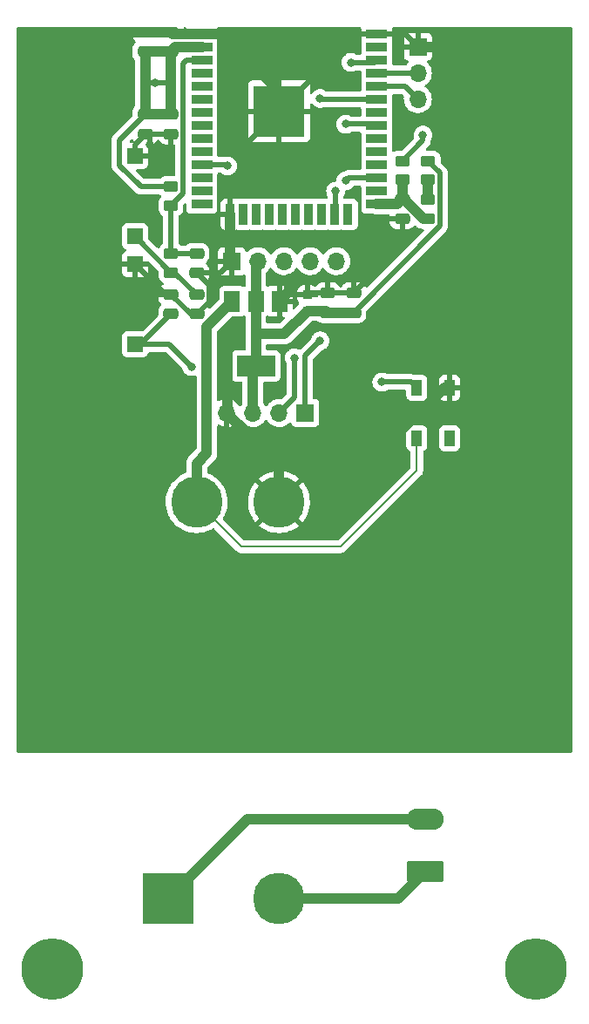
<source format=gbr>
G04 #@! TF.GenerationSoftware,KiCad,Pcbnew,(6.0.2)*
G04 #@! TF.CreationDate,2022-03-16T21:20:05+00:00*
G04 #@! TF.ProjectId,MrReflow,4d725265-666c-46f7-972e-6b696361645f,rev?*
G04 #@! TF.SameCoordinates,Original*
G04 #@! TF.FileFunction,Copper,L1,Top*
G04 #@! TF.FilePolarity,Positive*
%FSLAX46Y46*%
G04 Gerber Fmt 4.6, Leading zero omitted, Abs format (unit mm)*
G04 Created by KiCad (PCBNEW (6.0.2)) date 2022-03-16 21:20:05*
%MOMM*%
%LPD*%
G01*
G04 APERTURE LIST*
G04 Aperture macros list*
%AMRoundRect*
0 Rectangle with rounded corners*
0 $1 Rounding radius*
0 $2 $3 $4 $5 $6 $7 $8 $9 X,Y pos of 4 corners*
0 Add a 4 corners polygon primitive as box body*
4,1,4,$2,$3,$4,$5,$6,$7,$8,$9,$2,$3,0*
0 Add four circle primitives for the rounded corners*
1,1,$1+$1,$2,$3*
1,1,$1+$1,$4,$5*
1,1,$1+$1,$6,$7*
1,1,$1+$1,$8,$9*
0 Add four rect primitives between the rounded corners*
20,1,$1+$1,$2,$3,$4,$5,0*
20,1,$1+$1,$4,$5,$6,$7,0*
20,1,$1+$1,$6,$7,$8,$9,0*
20,1,$1+$1,$8,$9,$2,$3,0*%
G04 Aperture macros list end*
G04 #@! TA.AperFunction,ComponentPad*
%ADD10O,3.600000X2.080000*%
G04 #@! TD*
G04 #@! TA.AperFunction,ComponentPad*
%ADD11RoundRect,0.249999X1.550001X-0.790001X1.550001X0.790001X-1.550001X0.790001X-1.550001X-0.790001X0*%
G04 #@! TD*
G04 #@! TA.AperFunction,SMDPad,CuDef*
%ADD12R,1.000000X1.500000*%
G04 #@! TD*
G04 #@! TA.AperFunction,SMDPad,CuDef*
%ADD13RoundRect,0.250000X0.475000X-0.250000X0.475000X0.250000X-0.475000X0.250000X-0.475000X-0.250000X0*%
G04 #@! TD*
G04 #@! TA.AperFunction,SMDPad,CuDef*
%ADD14RoundRect,0.250000X0.450000X-0.262500X0.450000X0.262500X-0.450000X0.262500X-0.450000X-0.262500X0*%
G04 #@! TD*
G04 #@! TA.AperFunction,SMDPad,CuDef*
%ADD15RoundRect,0.250000X-0.475000X0.250000X-0.475000X-0.250000X0.475000X-0.250000X0.475000X0.250000X0*%
G04 #@! TD*
G04 #@! TA.AperFunction,ComponentPad*
%ADD16O,1.700000X1.700000*%
G04 #@! TD*
G04 #@! TA.AperFunction,ComponentPad*
%ADD17R,1.700000X1.700000*%
G04 #@! TD*
G04 #@! TA.AperFunction,ComponentPad*
%ADD18C,5.000000*%
G04 #@! TD*
G04 #@! TA.AperFunction,ComponentPad*
%ADD19R,5.000000X5.000000*%
G04 #@! TD*
G04 #@! TA.AperFunction,SMDPad,CuDef*
%ADD20RoundRect,0.250000X-0.450000X0.262500X-0.450000X-0.262500X0.450000X-0.262500X0.450000X0.262500X0*%
G04 #@! TD*
G04 #@! TA.AperFunction,SMDPad,CuDef*
%ADD21R,1.500000X1.500000*%
G04 #@! TD*
G04 #@! TA.AperFunction,SMDPad,CuDef*
%ADD22RoundRect,0.225000X0.250000X-0.225000X0.250000X0.225000X-0.250000X0.225000X-0.250000X-0.225000X0*%
G04 #@! TD*
G04 #@! TA.AperFunction,SMDPad,CuDef*
%ADD23R,5.000000X5.000000*%
G04 #@! TD*
G04 #@! TA.AperFunction,SMDPad,CuDef*
%ADD24R,2.000000X0.900000*%
G04 #@! TD*
G04 #@! TA.AperFunction,SMDPad,CuDef*
%ADD25R,0.900000X2.000000*%
G04 #@! TD*
G04 #@! TA.AperFunction,SMDPad,CuDef*
%ADD26R,1.500000X2.000000*%
G04 #@! TD*
G04 #@! TA.AperFunction,SMDPad,CuDef*
%ADD27R,3.800000X2.000000*%
G04 #@! TD*
G04 #@! TA.AperFunction,ViaPad*
%ADD28C,0.800000*%
G04 #@! TD*
G04 #@! TA.AperFunction,ViaPad*
%ADD29C,6.000000*%
G04 #@! TD*
G04 #@! TA.AperFunction,Conductor*
%ADD30C,1.000000*%
G04 #@! TD*
G04 #@! TA.AperFunction,Conductor*
%ADD31C,0.200000*%
G04 #@! TD*
G04 #@! TA.AperFunction,Conductor*
%ADD32C,0.500000*%
G04 #@! TD*
G04 APERTURE END LIST*
D10*
X105102500Y-99830000D03*
D11*
X105102500Y-104910000D03*
D12*
X104280000Y-57920000D03*
X107480000Y-57920000D03*
X107480000Y-62820000D03*
X104280000Y-62820000D03*
D13*
X82880000Y-48870000D03*
X82880000Y-50770000D03*
D14*
X105380000Y-35907500D03*
X105380000Y-37732500D03*
D15*
X77880000Y-33270000D03*
X77880000Y-31370000D03*
D16*
X85810000Y-60370000D03*
X88350000Y-60370000D03*
X90890000Y-60370000D03*
D17*
X93430000Y-60370000D03*
D13*
X82880000Y-44870000D03*
X82880000Y-46770000D03*
X95630000Y-48720000D03*
X95630000Y-50620000D03*
D18*
X82880000Y-69027500D03*
X90880000Y-69027500D03*
X90880000Y-107527500D03*
D19*
X80130000Y-107527500D03*
D16*
X104380000Y-29875000D03*
X104380000Y-27335000D03*
D17*
X104380000Y-24795000D03*
D15*
X77880000Y-25270000D03*
X77880000Y-23370000D03*
D20*
X80380000Y-46732500D03*
X80380000Y-44907500D03*
D13*
X98130000Y-48720000D03*
X98130000Y-50620000D03*
X102880000Y-39620000D03*
X102880000Y-41520000D03*
D14*
X105380000Y-39657500D03*
X105380000Y-41482500D03*
D21*
X76880000Y-43220000D03*
X76880000Y-35420000D03*
D22*
X93630000Y-48895000D03*
X93630000Y-50445000D03*
D21*
X76880000Y-53720000D03*
X76880000Y-45920000D03*
D15*
X80380000Y-33270000D03*
X80380000Y-31370000D03*
X80380000Y-50770000D03*
X80380000Y-48870000D03*
D14*
X80380000Y-38407500D03*
X80380000Y-40232500D03*
X102880000Y-35907500D03*
X102880000Y-37732500D03*
D23*
X90880000Y-31065000D03*
D24*
X100380000Y-23565000D03*
X100380000Y-24835000D03*
X100380000Y-26105000D03*
X100380000Y-27375000D03*
X100380000Y-28645000D03*
X100380000Y-29915000D03*
X100380000Y-31185000D03*
X100380000Y-32455000D03*
X100380000Y-33725000D03*
X100380000Y-34995000D03*
X100380000Y-36265000D03*
X100380000Y-37535000D03*
X100380000Y-38805000D03*
X100380000Y-40075000D03*
D25*
X97595000Y-41075000D03*
X96325000Y-41075000D03*
X95055000Y-41075000D03*
X93785000Y-41075000D03*
X92515000Y-41075000D03*
X91245000Y-41075000D03*
X89975000Y-41075000D03*
X88705000Y-41075000D03*
X87435000Y-41075000D03*
X86165000Y-41075000D03*
D24*
X83380000Y-40075000D03*
X83380000Y-38805000D03*
X83380000Y-37535000D03*
X83380000Y-36265000D03*
X83380000Y-34995000D03*
X83380000Y-33725000D03*
X83380000Y-32455000D03*
X83380000Y-31185000D03*
X83380000Y-29915000D03*
X83380000Y-28645000D03*
X83380000Y-27375000D03*
X83380000Y-26105000D03*
X83380000Y-24835000D03*
X83380000Y-23565000D03*
D26*
X86330000Y-49520000D03*
D27*
X88630000Y-55820000D03*
D26*
X88630000Y-49520000D03*
X90930000Y-49520000D03*
D13*
X80380000Y-23370000D03*
X80380000Y-25270000D03*
D16*
X96465000Y-45620000D03*
X93925000Y-45620000D03*
X91385000Y-45620000D03*
X88845000Y-45620000D03*
D17*
X86305000Y-45620000D03*
D28*
X91880000Y-47370000D03*
X85880000Y-52370000D03*
D29*
X115880000Y-114370000D03*
X68880000Y-114370000D03*
X68880000Y-26370000D03*
X115880000Y-26370000D03*
D28*
X85880000Y-36370000D03*
X100880000Y-57370000D03*
X87880000Y-36370000D03*
X78380000Y-34320000D03*
X82380000Y-55870000D03*
X104880000Y-33370000D03*
X78880000Y-28320000D03*
X94880000Y-29820000D03*
X97880000Y-26320000D03*
X97380000Y-32320000D03*
X94880000Y-53370000D03*
X96380000Y-38820000D03*
X97380000Y-37820000D03*
X92380000Y-55020500D03*
D30*
X87827500Y-99830000D02*
X80130000Y-107527500D01*
X105102500Y-99830000D02*
X87827500Y-99830000D01*
X90880000Y-107527500D02*
X102485000Y-107527500D01*
X102485000Y-107527500D02*
X105102500Y-104910000D01*
D31*
X82880000Y-69027500D02*
X87222500Y-73370000D01*
X96880000Y-73370000D02*
X104280000Y-65970000D01*
X87222500Y-73370000D02*
X96880000Y-73370000D01*
X104280000Y-65970000D02*
X104280000Y-62820000D01*
D30*
X102479022Y-62370000D02*
X90880000Y-62370000D01*
X90880000Y-62370000D02*
X87810000Y-62370000D01*
X90880000Y-69027500D02*
X90880000Y-62370000D01*
X83880000Y-64277500D02*
X82880000Y-65277500D01*
X82880000Y-65277500D02*
X82880000Y-69027500D01*
X86330000Y-49520000D02*
X83880000Y-51970000D01*
X83880000Y-51970000D02*
X83880000Y-64277500D01*
X91880000Y-48570000D02*
X90930000Y-49520000D01*
X91880000Y-47370000D02*
X91880000Y-48570000D01*
X85880000Y-52370000D02*
X85880000Y-60300000D01*
X104380000Y-24795000D02*
X114305000Y-24795000D01*
X114305000Y-24795000D02*
X115880000Y-26370000D01*
X68880000Y-26370000D02*
X71880000Y-23370000D01*
X71880000Y-23370000D02*
X77880000Y-23370000D01*
X86165000Y-41075000D02*
X86165000Y-45480000D01*
X107480000Y-57920000D02*
X106929022Y-57920000D01*
X106929022Y-57920000D02*
X102479022Y-62370000D01*
X87810000Y-62370000D02*
X85810000Y-60370000D01*
D32*
X100880000Y-57370000D02*
X103730000Y-57370000D01*
X103730000Y-57370000D02*
X104280000Y-57920000D01*
X85775000Y-36265000D02*
X85880000Y-36370000D01*
X83380000Y-36265000D02*
X85775000Y-36265000D01*
X87880000Y-36370000D02*
X87880000Y-34065000D01*
X87880000Y-34065000D02*
X90880000Y-31065000D01*
X86165000Y-38085000D02*
X87880000Y-36370000D01*
X86165000Y-41075000D02*
X86165000Y-38085000D01*
X91555000Y-48895000D02*
X90930000Y-49520000D01*
X76880000Y-34270000D02*
X77880000Y-33270000D01*
X78380000Y-34320000D02*
X78380000Y-33770000D01*
X84054520Y-49595480D02*
X84054520Y-47944520D01*
X82880000Y-46770000D02*
X85155000Y-46770000D01*
X102880000Y-43970000D02*
X98130000Y-48720000D01*
X76880000Y-35420000D02*
X76880000Y-34270000D01*
D30*
X83380000Y-23565000D02*
X80575000Y-23565000D01*
D32*
X103150000Y-23565000D02*
X104380000Y-24795000D01*
X85155000Y-46770000D02*
X86305000Y-45620000D01*
X82880000Y-50770000D02*
X82280000Y-50770000D01*
X77880000Y-33270000D02*
X80380000Y-33270000D01*
X80380000Y-48870000D02*
X79830000Y-48870000D01*
X98380000Y-23565000D02*
X100380000Y-23565000D01*
X98130000Y-48720000D02*
X95630000Y-48720000D01*
D30*
X80575000Y-23565000D02*
X80380000Y-23370000D01*
D32*
X78380000Y-33770000D02*
X77880000Y-33270000D01*
D30*
X85380000Y-23565000D02*
X90880000Y-29065000D01*
X83380000Y-23565000D02*
X85380000Y-23565000D01*
D32*
X84054520Y-47944520D02*
X82880000Y-46770000D01*
X82880000Y-50770000D02*
X84054520Y-49595480D01*
D30*
X77880000Y-23370000D02*
X80380000Y-23370000D01*
D32*
X82280000Y-50770000D02*
X80380000Y-48870000D01*
X102880000Y-41520000D02*
X102880000Y-43970000D01*
X93630000Y-48895000D02*
X91555000Y-48895000D01*
X100380000Y-23565000D02*
X103150000Y-23565000D01*
X90880000Y-31065000D02*
X98380000Y-23565000D01*
X79830000Y-48870000D02*
X76880000Y-45920000D01*
X95630000Y-48720000D02*
X93805000Y-48720000D01*
X77430000Y-53720000D02*
X80380000Y-50770000D01*
X80230000Y-53720000D02*
X82380000Y-55870000D01*
X104880000Y-33907500D02*
X102880000Y-35907500D01*
X76880000Y-53720000D02*
X80230000Y-53720000D01*
X104880000Y-33370000D02*
X104880000Y-33907500D01*
D30*
X80380000Y-31370000D02*
X80380000Y-28320000D01*
X77880000Y-28320000D02*
X77880000Y-25270000D01*
D32*
X78880000Y-28320000D02*
X77880000Y-28320000D01*
D30*
X95455000Y-50445000D02*
X95630000Y-50620000D01*
X93630000Y-50445000D02*
X95455000Y-50445000D01*
X88630000Y-52670000D02*
X91405000Y-52670000D01*
D32*
X75380000Y-33870000D02*
X77880000Y-31370000D01*
D30*
X80380000Y-31370000D02*
X77880000Y-31370000D01*
X80380000Y-28320000D02*
X80380000Y-25270000D01*
D32*
X75380000Y-36319022D02*
X75380000Y-33870000D01*
D30*
X88630000Y-49520000D02*
X88630000Y-45835000D01*
D32*
X80380000Y-38407500D02*
X77468478Y-38407500D01*
X106529520Y-42220480D02*
X106529520Y-37057020D01*
D30*
X83380000Y-24835000D02*
X80815000Y-24835000D01*
D32*
X106529520Y-37057020D02*
X105380000Y-35907500D01*
X77468478Y-38407500D02*
X75380000Y-36319022D01*
D30*
X88350000Y-60370000D02*
X88350000Y-56100000D01*
X88630000Y-49520000D02*
X88630000Y-52670000D01*
X77880000Y-31370000D02*
X77880000Y-28320000D01*
X80380000Y-25270000D02*
X77880000Y-25270000D01*
X88630000Y-52670000D02*
X88630000Y-55820000D01*
X95630000Y-50620000D02*
X98130000Y-50620000D01*
D32*
X78880000Y-28320000D02*
X80380000Y-28320000D01*
D30*
X80815000Y-24835000D02*
X80380000Y-25270000D01*
D32*
X98130000Y-50620000D02*
X106529520Y-42220480D01*
D30*
X91405000Y-52670000D02*
X93630000Y-50445000D01*
X103047824Y-39620000D02*
X104910324Y-41482500D01*
X100380000Y-40075000D02*
X102425000Y-40075000D01*
X102425000Y-40075000D02*
X102880000Y-39620000D01*
X102880000Y-39620000D02*
X102880000Y-37732500D01*
X104910324Y-41482500D02*
X105380000Y-41482500D01*
D32*
X80742500Y-46732500D02*
X82880000Y-48870000D01*
X76880000Y-43232500D02*
X80380000Y-46732500D01*
X82880000Y-44870000D02*
X80417500Y-44870000D01*
X80380000Y-44907500D02*
X80380000Y-40232500D01*
X81880000Y-26105000D02*
X81554520Y-26430480D01*
X81880000Y-26105000D02*
X83380000Y-26105000D01*
X80380000Y-40232500D02*
X81554520Y-39057980D01*
X81554520Y-39057980D02*
X81554520Y-26430480D01*
X94975000Y-29915000D02*
X100380000Y-29915000D01*
X94880000Y-29820000D02*
X94975000Y-29915000D01*
X104380000Y-27335000D02*
X100420000Y-27335000D01*
X103150000Y-28645000D02*
X104380000Y-29875000D01*
X100380000Y-28645000D02*
X103150000Y-28645000D01*
D30*
X105380000Y-39657500D02*
X105380000Y-37732500D01*
D32*
X100165000Y-26320000D02*
X100380000Y-26105000D01*
X97880000Y-26320000D02*
X100165000Y-26320000D01*
X97380000Y-32320000D02*
X100245000Y-32320000D01*
X94880000Y-53370000D02*
X93430000Y-54820000D01*
X93430000Y-54820000D02*
X93430000Y-60370000D01*
X96380000Y-38820000D02*
X96380000Y-41020000D01*
X92380000Y-58880000D02*
X90890000Y-60370000D01*
X100380000Y-37535000D02*
X97665000Y-37535000D01*
X97665000Y-37535000D02*
X97380000Y-37820000D01*
X92380000Y-55020500D02*
X92380000Y-58880000D01*
G04 #@! TA.AperFunction,Conductor*
G36*
X76595186Y-22898002D02*
G01*
X76641679Y-22951658D01*
X76652409Y-23016842D01*
X76647328Y-23066438D01*
X76647000Y-23072855D01*
X76647000Y-23097885D01*
X76651475Y-23113124D01*
X76652865Y-23114329D01*
X76660548Y-23116000D01*
X79112999Y-23116000D01*
X79112999Y-23116104D01*
X79154254Y-23114631D01*
X79160547Y-23116000D01*
X81594884Y-23116000D01*
X81610123Y-23111525D01*
X81611328Y-23110135D01*
X81612999Y-23102452D01*
X81612999Y-23072905D01*
X81612662Y-23066386D01*
X81607538Y-23017003D01*
X81620403Y-22947182D01*
X81668974Y-22895400D01*
X81732865Y-22878000D01*
X81752093Y-22878000D01*
X81820214Y-22898002D01*
X81866707Y-22951658D01*
X81877356Y-23017608D01*
X81872369Y-23063514D01*
X81872000Y-23070328D01*
X81872000Y-23292885D01*
X81876475Y-23308124D01*
X81877865Y-23309329D01*
X81885548Y-23311000D01*
X84869884Y-23311000D01*
X84885123Y-23306525D01*
X84886328Y-23305135D01*
X84887999Y-23297452D01*
X84887999Y-23070331D01*
X84887629Y-23063507D01*
X84882644Y-23017604D01*
X84895174Y-22947722D01*
X84943496Y-22895708D01*
X85007907Y-22878000D01*
X98752093Y-22878000D01*
X98820214Y-22898002D01*
X98866707Y-22951658D01*
X98877356Y-23017608D01*
X98872369Y-23063514D01*
X98872000Y-23070328D01*
X98872000Y-23292885D01*
X98876475Y-23308124D01*
X98877865Y-23309329D01*
X98885548Y-23311000D01*
X101869884Y-23311000D01*
X101885123Y-23306525D01*
X101886328Y-23305135D01*
X101887999Y-23297452D01*
X101887999Y-23070331D01*
X101887629Y-23063507D01*
X101882644Y-23017604D01*
X101895174Y-22947722D01*
X101943496Y-22895708D01*
X102007907Y-22878000D01*
X119246000Y-22878000D01*
X119314121Y-22898002D01*
X119360614Y-22951658D01*
X119372000Y-23004000D01*
X119372000Y-93244000D01*
X119351998Y-93312121D01*
X119298342Y-93358614D01*
X119246000Y-93370000D01*
X65514000Y-93370000D01*
X65445879Y-93349998D01*
X65399386Y-93296342D01*
X65388000Y-93244000D01*
X65388000Y-46714669D01*
X75622001Y-46714669D01*
X75622371Y-46721490D01*
X75627895Y-46772352D01*
X75631521Y-46787604D01*
X75676676Y-46908054D01*
X75685214Y-46923649D01*
X75761715Y-47025724D01*
X75774276Y-47038285D01*
X75876351Y-47114786D01*
X75891946Y-47123324D01*
X76012394Y-47168478D01*
X76027649Y-47172105D01*
X76078514Y-47177631D01*
X76085328Y-47178000D01*
X76607885Y-47178000D01*
X76623124Y-47173525D01*
X76624329Y-47172135D01*
X76626000Y-47164452D01*
X76626000Y-47159884D01*
X77134000Y-47159884D01*
X77138475Y-47175123D01*
X77139865Y-47176328D01*
X77147548Y-47177999D01*
X77674669Y-47177999D01*
X77681490Y-47177629D01*
X77732352Y-47172105D01*
X77747604Y-47168479D01*
X77868054Y-47123324D01*
X77883649Y-47114786D01*
X77985724Y-47038285D01*
X77998285Y-47025724D01*
X78074786Y-46923649D01*
X78083324Y-46908054D01*
X78128478Y-46787606D01*
X78132105Y-46772351D01*
X78137631Y-46721486D01*
X78138000Y-46714672D01*
X78138000Y-46192115D01*
X78133525Y-46176876D01*
X78132135Y-46175671D01*
X78124452Y-46174000D01*
X77152115Y-46174000D01*
X77136876Y-46178475D01*
X77135671Y-46179865D01*
X77134000Y-46187548D01*
X77134000Y-47159884D01*
X76626000Y-47159884D01*
X76626000Y-46192115D01*
X76621525Y-46176876D01*
X76620135Y-46175671D01*
X76612452Y-46174000D01*
X75640116Y-46174000D01*
X75624877Y-46178475D01*
X75623672Y-46179865D01*
X75622001Y-46187548D01*
X75622001Y-46714669D01*
X65388000Y-46714669D01*
X65388000Y-36292371D01*
X74616801Y-36292371D01*
X74617394Y-36299663D01*
X74617394Y-36299666D01*
X74621085Y-36345040D01*
X74621500Y-36355255D01*
X74621500Y-36363315D01*
X74621925Y-36366959D01*
X74624789Y-36391529D01*
X74625222Y-36395904D01*
X74628117Y-36431491D01*
X74631140Y-36468659D01*
X74633396Y-36475623D01*
X74634587Y-36481582D01*
X74635971Y-36487437D01*
X74636818Y-36494703D01*
X74661735Y-36563349D01*
X74663152Y-36567477D01*
X74665900Y-36575958D01*
X74685649Y-36636921D01*
X74689445Y-36643176D01*
X74691951Y-36648650D01*
X74694670Y-36654080D01*
X74697167Y-36660959D01*
X74701180Y-36667079D01*
X74701180Y-36667080D01*
X74737186Y-36721998D01*
X74739523Y-36725702D01*
X74777405Y-36788129D01*
X74781121Y-36792337D01*
X74781122Y-36792338D01*
X74784803Y-36796506D01*
X74784776Y-36796530D01*
X74787429Y-36799522D01*
X74790132Y-36802755D01*
X74794144Y-36808874D01*
X74825305Y-36838393D01*
X74850383Y-36862150D01*
X74852825Y-36864528D01*
X76884708Y-38896411D01*
X76897094Y-38910823D01*
X76905627Y-38922418D01*
X76905632Y-38922423D01*
X76909970Y-38928318D01*
X76915548Y-38933057D01*
X76915551Y-38933060D01*
X76950246Y-38962535D01*
X76957762Y-38969465D01*
X76963457Y-38975160D01*
X76966339Y-38977440D01*
X76985729Y-38992781D01*
X76989133Y-38995572D01*
X77013421Y-39016206D01*
X77044763Y-39042833D01*
X77051279Y-39046161D01*
X77056328Y-39049528D01*
X77061457Y-39052695D01*
X77067194Y-39057234D01*
X77133353Y-39088155D01*
X77137247Y-39090058D01*
X77202286Y-39123269D01*
X77209394Y-39125008D01*
X77215037Y-39127107D01*
X77220800Y-39129024D01*
X77227428Y-39132122D01*
X77234590Y-39133612D01*
X77234591Y-39133612D01*
X77298890Y-39146986D01*
X77303174Y-39147956D01*
X77374088Y-39165308D01*
X77379690Y-39165656D01*
X77379693Y-39165656D01*
X77385242Y-39166000D01*
X77385240Y-39166036D01*
X77389233Y-39166275D01*
X77393425Y-39166649D01*
X77400593Y-39168140D01*
X77477998Y-39166046D01*
X77481406Y-39166000D01*
X79301085Y-39166000D01*
X79369206Y-39186002D01*
X79390102Y-39202827D01*
X79418108Y-39230784D01*
X79452188Y-39293066D01*
X79447185Y-39363886D01*
X79418264Y-39408975D01*
X79343139Y-39484231D01*
X79330695Y-39496697D01*
X79326855Y-39502927D01*
X79326854Y-39502928D01*
X79248394Y-39630214D01*
X79237885Y-39647262D01*
X79182203Y-39815139D01*
X79181503Y-39821975D01*
X79181502Y-39821978D01*
X79177091Y-39865031D01*
X79171500Y-39919600D01*
X79171500Y-40545400D01*
X79171837Y-40548646D01*
X79171837Y-40548650D01*
X79174378Y-40573134D01*
X79182474Y-40651166D01*
X79238450Y-40818946D01*
X79331522Y-40969348D01*
X79456697Y-41094305D01*
X79462927Y-41098145D01*
X79462928Y-41098146D01*
X79561616Y-41158978D01*
X79609109Y-41211750D01*
X79621500Y-41266238D01*
X79621500Y-43873689D01*
X79601498Y-43941810D01*
X79561804Y-43980833D01*
X79455652Y-44046522D01*
X79330695Y-44171697D01*
X79326855Y-44177927D01*
X79326854Y-44177928D01*
X79246996Y-44307481D01*
X79194223Y-44354974D01*
X79124152Y-44366398D01*
X79059028Y-44338124D01*
X79050641Y-44330460D01*
X78175405Y-43455224D01*
X78141379Y-43392912D01*
X78138500Y-43366129D01*
X78138500Y-42421866D01*
X78131745Y-42359684D01*
X78080615Y-42223295D01*
X77993261Y-42106739D01*
X77876705Y-42019385D01*
X77740316Y-41968255D01*
X77678134Y-41961500D01*
X76081866Y-41961500D01*
X76019684Y-41968255D01*
X75883295Y-42019385D01*
X75766739Y-42106739D01*
X75679385Y-42223295D01*
X75628255Y-42359684D01*
X75621500Y-42421866D01*
X75621500Y-44018134D01*
X75628255Y-44080316D01*
X75679385Y-44216705D01*
X75766739Y-44333261D01*
X75883295Y-44420615D01*
X75891703Y-44423767D01*
X75967774Y-44452285D01*
X76024538Y-44494927D01*
X76049238Y-44561488D01*
X76034030Y-44630837D01*
X75983744Y-44680955D01*
X75967774Y-44688249D01*
X75891946Y-44716676D01*
X75876351Y-44725214D01*
X75774276Y-44801715D01*
X75761715Y-44814276D01*
X75685214Y-44916351D01*
X75676676Y-44931946D01*
X75631522Y-45052394D01*
X75627895Y-45067649D01*
X75622369Y-45118514D01*
X75622000Y-45125328D01*
X75622000Y-45647885D01*
X75626475Y-45663124D01*
X75627865Y-45664329D01*
X75635548Y-45666000D01*
X78119884Y-45666000D01*
X78141639Y-45659612D01*
X78212635Y-45659612D01*
X78266232Y-45691413D01*
X79134595Y-46559776D01*
X79168621Y-46622088D01*
X79171500Y-46648871D01*
X79171500Y-47045400D01*
X79182474Y-47151166D01*
X79184655Y-47157702D01*
X79184655Y-47157704D01*
X79192524Y-47181290D01*
X79238450Y-47318946D01*
X79331522Y-47469348D01*
X79456697Y-47594305D01*
X79607262Y-47687115D01*
X79613492Y-47689182D01*
X79666544Y-47735893D01*
X79686005Y-47804171D01*
X79665463Y-47872131D01*
X79611440Y-47918196D01*
X79599885Y-47922695D01*
X79588216Y-47926588D01*
X79575038Y-47932761D01*
X79437193Y-48018063D01*
X79425792Y-48027099D01*
X79311261Y-48141829D01*
X79302249Y-48153240D01*
X79217184Y-48291243D01*
X79211037Y-48304424D01*
X79159862Y-48458710D01*
X79156995Y-48472086D01*
X79147328Y-48566438D01*
X79147000Y-48572855D01*
X79147000Y-48597885D01*
X79151475Y-48613124D01*
X79152865Y-48614329D01*
X79160548Y-48616000D01*
X80508000Y-48616000D01*
X80576121Y-48636002D01*
X80622614Y-48689658D01*
X80634000Y-48742000D01*
X80634000Y-48998000D01*
X80613998Y-49066121D01*
X80560342Y-49112614D01*
X80508000Y-49124000D01*
X79165116Y-49124000D01*
X79149877Y-49128475D01*
X79148672Y-49129865D01*
X79147001Y-49137548D01*
X79147001Y-49167095D01*
X79147338Y-49173614D01*
X79157257Y-49269206D01*
X79160149Y-49282600D01*
X79211588Y-49436784D01*
X79217761Y-49449962D01*
X79303063Y-49587807D01*
X79312099Y-49599208D01*
X79426828Y-49713738D01*
X79435762Y-49720794D01*
X79476823Y-49778712D01*
X79480053Y-49849635D01*
X79444426Y-49911046D01*
X79436593Y-49917846D01*
X79430652Y-49921522D01*
X79305695Y-50046697D01*
X79301855Y-50052927D01*
X79301854Y-50052928D01*
X79227826Y-50173024D01*
X79212885Y-50197262D01*
X79157203Y-50365139D01*
X79146500Y-50469600D01*
X79146500Y-50878629D01*
X79126498Y-50946750D01*
X79109595Y-50967724D01*
X77652724Y-52424595D01*
X77590412Y-52458621D01*
X77563629Y-52461500D01*
X76081866Y-52461500D01*
X76019684Y-52468255D01*
X75883295Y-52519385D01*
X75766739Y-52606739D01*
X75679385Y-52723295D01*
X75628255Y-52859684D01*
X75621500Y-52921866D01*
X75621500Y-54518134D01*
X75628255Y-54580316D01*
X75679385Y-54716705D01*
X75766739Y-54833261D01*
X75883295Y-54920615D01*
X76019684Y-54971745D01*
X76081866Y-54978500D01*
X77678134Y-54978500D01*
X77740316Y-54971745D01*
X77876705Y-54920615D01*
X77993261Y-54833261D01*
X78080615Y-54716705D01*
X78086120Y-54702022D01*
X78128972Y-54587714D01*
X78128973Y-54587711D01*
X78131745Y-54580316D01*
X78132372Y-54574547D01*
X78167126Y-54513709D01*
X78230081Y-54480887D01*
X78254493Y-54478500D01*
X79863629Y-54478500D01*
X79931750Y-54498502D01*
X79952724Y-54515405D01*
X81459875Y-56022556D01*
X81490613Y-56072714D01*
X81545473Y-56241556D01*
X81640960Y-56406944D01*
X81768747Y-56548866D01*
X81855907Y-56612192D01*
X81909387Y-56651047D01*
X81923248Y-56661118D01*
X81929276Y-56663802D01*
X81929278Y-56663803D01*
X82091681Y-56736109D01*
X82097712Y-56738794D01*
X82191113Y-56758647D01*
X82278056Y-56777128D01*
X82278061Y-56777128D01*
X82284513Y-56778500D01*
X82475487Y-56778500D01*
X82481939Y-56777128D01*
X82481944Y-56777128D01*
X82568888Y-56758647D01*
X82662288Y-56738794D01*
X82694252Y-56724563D01*
X82764618Y-56715129D01*
X82828915Y-56745235D01*
X82866728Y-56805324D01*
X82871500Y-56839670D01*
X82871500Y-63807576D01*
X82851498Y-63875697D01*
X82834595Y-63896671D01*
X82210621Y-64520645D01*
X82200478Y-64529747D01*
X82170975Y-64553468D01*
X82150363Y-64578032D01*
X82138709Y-64591921D01*
X82135528Y-64595569D01*
X82133885Y-64597381D01*
X82131691Y-64599575D01*
X82104358Y-64632849D01*
X82103696Y-64633647D01*
X82043846Y-64704974D01*
X82041278Y-64709644D01*
X82037897Y-64713761D01*
X82014090Y-64758162D01*
X81994023Y-64795586D01*
X81993394Y-64796745D01*
X81951538Y-64872881D01*
X81951535Y-64872889D01*
X81948567Y-64878287D01*
X81946955Y-64883369D01*
X81944438Y-64888063D01*
X81917238Y-64977031D01*
X81916918Y-64978059D01*
X81888765Y-65066806D01*
X81888171Y-65072102D01*
X81886613Y-65077198D01*
X81885990Y-65083334D01*
X81877218Y-65169687D01*
X81877089Y-65170893D01*
X81871500Y-65220727D01*
X81871500Y-65224254D01*
X81871445Y-65225239D01*
X81870998Y-65230919D01*
X81866626Y-65273962D01*
X81867206Y-65280093D01*
X81870941Y-65319609D01*
X81871500Y-65331467D01*
X81871500Y-66102692D01*
X81851498Y-66170813D01*
X81797842Y-66217306D01*
X81786313Y-66221899D01*
X81744770Y-66236122D01*
X81744765Y-66236124D01*
X81741339Y-66237297D01*
X81428188Y-66386663D01*
X81134279Y-66571032D01*
X81131443Y-66573304D01*
X81131436Y-66573309D01*
X80938751Y-66727679D01*
X80863509Y-66787959D01*
X80619466Y-67034571D01*
X80617225Y-67037429D01*
X80560732Y-67109478D01*
X80405386Y-67307598D01*
X80403493Y-67310687D01*
X80403491Y-67310690D01*
X80358852Y-67383534D01*
X80224105Y-67603421D01*
X80222580Y-67606706D01*
X80222578Y-67606710D01*
X80183505Y-67690886D01*
X80078027Y-67918120D01*
X79969087Y-68247523D01*
X79968351Y-68251078D01*
X79968350Y-68251081D01*
X79899465Y-68583714D01*
X79898730Y-68587264D01*
X79867888Y-68932841D01*
X79867983Y-68936471D01*
X79867983Y-68936472D01*
X79870702Y-69040310D01*
X79876970Y-69279671D01*
X79925856Y-69623160D01*
X80013897Y-69958753D01*
X80139927Y-70282003D01*
X80141624Y-70285208D01*
X80300436Y-70585152D01*
X80302275Y-70588626D01*
X80304325Y-70591609D01*
X80304327Y-70591612D01*
X80496733Y-70871564D01*
X80496739Y-70871571D01*
X80498790Y-70874556D01*
X80726866Y-71136005D01*
X80729551Y-71138448D01*
X80980369Y-71366674D01*
X80983481Y-71369506D01*
X81265233Y-71571966D01*
X81568388Y-71740700D01*
X81888928Y-71873472D01*
X81892422Y-71874467D01*
X81892424Y-71874468D01*
X82219103Y-71967525D01*
X82219108Y-71967526D01*
X82222604Y-71968522D01*
X82419304Y-72000733D01*
X82561412Y-72024004D01*
X82561419Y-72024005D01*
X82564993Y-72024590D01*
X82738275Y-72032762D01*
X82907931Y-72040763D01*
X82907932Y-72040763D01*
X82911558Y-72040934D01*
X82922530Y-72040186D01*
X83254073Y-72017584D01*
X83254081Y-72017583D01*
X83257704Y-72017336D01*
X83261279Y-72016673D01*
X83261282Y-72016673D01*
X83595279Y-71954770D01*
X83595283Y-71954769D01*
X83598844Y-71954109D01*
X83930456Y-71852092D01*
X84248145Y-71712636D01*
X84252033Y-71710364D01*
X84452311Y-71593332D01*
X84521218Y-71576233D01*
X84588430Y-71599102D01*
X84604976Y-71613025D01*
X86758185Y-73766234D01*
X86769052Y-73778625D01*
X86788513Y-73803987D01*
X86795063Y-73809013D01*
X86820425Y-73828474D01*
X86820428Y-73828477D01*
X86889818Y-73881722D01*
X86909070Y-73896495D01*
X86909072Y-73896496D01*
X86915625Y-73901524D01*
X87063650Y-73962838D01*
X87182615Y-73978500D01*
X87182620Y-73978500D01*
X87182629Y-73978501D01*
X87214312Y-73982672D01*
X87222500Y-73983750D01*
X87254193Y-73979578D01*
X87270636Y-73978500D01*
X96831864Y-73978500D01*
X96848307Y-73979578D01*
X96880000Y-73983750D01*
X96888189Y-73982672D01*
X96919874Y-73978501D01*
X96919884Y-73978500D01*
X96919885Y-73978500D01*
X96919901Y-73978498D01*
X97019457Y-73965391D01*
X97030664Y-73963916D01*
X97030666Y-73963915D01*
X97038851Y-73962838D01*
X97186876Y-73901524D01*
X97212683Y-73881722D01*
X97282072Y-73828477D01*
X97282075Y-73828474D01*
X97307434Y-73809015D01*
X97313987Y-73803987D01*
X97319017Y-73797432D01*
X97333452Y-73778621D01*
X97344319Y-73766230D01*
X104676234Y-66434315D01*
X104688625Y-66423448D01*
X104707437Y-66409013D01*
X104713987Y-66403987D01*
X104738474Y-66372075D01*
X104738477Y-66372072D01*
X104811523Y-66276876D01*
X104811524Y-66276875D01*
X104828405Y-66236122D01*
X104869678Y-66136479D01*
X104872838Y-66128850D01*
X104888500Y-66009885D01*
X104888500Y-66009878D01*
X104893750Y-65970000D01*
X104889578Y-65938307D01*
X104888500Y-65921864D01*
X104888500Y-64159754D01*
X104908502Y-64091633D01*
X104962158Y-64045140D01*
X104970270Y-64041772D01*
X105018297Y-64023767D01*
X105026705Y-64020615D01*
X105143261Y-63933261D01*
X105230615Y-63816705D01*
X105281745Y-63680316D01*
X105288500Y-63618134D01*
X106471500Y-63618134D01*
X106478255Y-63680316D01*
X106529385Y-63816705D01*
X106616739Y-63933261D01*
X106733295Y-64020615D01*
X106869684Y-64071745D01*
X106931866Y-64078500D01*
X108028134Y-64078500D01*
X108090316Y-64071745D01*
X108226705Y-64020615D01*
X108343261Y-63933261D01*
X108430615Y-63816705D01*
X108481745Y-63680316D01*
X108488500Y-63618134D01*
X108488500Y-62021866D01*
X108481745Y-61959684D01*
X108430615Y-61823295D01*
X108343261Y-61706739D01*
X108226705Y-61619385D01*
X108090316Y-61568255D01*
X108028134Y-61561500D01*
X106931866Y-61561500D01*
X106869684Y-61568255D01*
X106733295Y-61619385D01*
X106616739Y-61706739D01*
X106529385Y-61823295D01*
X106478255Y-61959684D01*
X106471500Y-62021866D01*
X106471500Y-63618134D01*
X105288500Y-63618134D01*
X105288500Y-62021866D01*
X105281745Y-61959684D01*
X105230615Y-61823295D01*
X105143261Y-61706739D01*
X105026705Y-61619385D01*
X104890316Y-61568255D01*
X104828134Y-61561500D01*
X103731866Y-61561500D01*
X103669684Y-61568255D01*
X103533295Y-61619385D01*
X103416739Y-61706739D01*
X103329385Y-61823295D01*
X103278255Y-61959684D01*
X103271500Y-62021866D01*
X103271500Y-63618134D01*
X103278255Y-63680316D01*
X103329385Y-63816705D01*
X103416739Y-63933261D01*
X103533295Y-64020615D01*
X103541703Y-64023767D01*
X103589730Y-64041772D01*
X103646495Y-64084414D01*
X103671194Y-64150976D01*
X103671500Y-64159754D01*
X103671500Y-65665761D01*
X103651498Y-65733882D01*
X103634595Y-65754856D01*
X96664856Y-72724595D01*
X96602544Y-72758621D01*
X96575761Y-72761500D01*
X87526739Y-72761500D01*
X87458618Y-72741498D01*
X87437644Y-72724595D01*
X86042230Y-71329181D01*
X88943860Y-71329181D01*
X88943878Y-71329433D01*
X88949793Y-71338177D01*
X88981111Y-71366674D01*
X88986748Y-71371238D01*
X89262544Y-71569418D01*
X89268682Y-71573313D01*
X89565435Y-71738484D01*
X89571955Y-71741636D01*
X89885738Y-71871609D01*
X89892589Y-71873995D01*
X90219212Y-71967036D01*
X90226301Y-71968620D01*
X90561465Y-72023506D01*
X90568671Y-72024263D01*
X90907926Y-72040262D01*
X90915176Y-72040186D01*
X91254010Y-72017087D01*
X91261219Y-72016176D01*
X91595160Y-71954284D01*
X91602190Y-71952557D01*
X91926819Y-71852687D01*
X91933597Y-71850167D01*
X92244603Y-71713645D01*
X92251043Y-71710364D01*
X92544293Y-71539002D01*
X92550326Y-71534993D01*
X92808828Y-71340905D01*
X92817282Y-71329578D01*
X92810537Y-71317248D01*
X90892810Y-69399520D01*
X90878869Y-69391908D01*
X90877034Y-69392039D01*
X90870420Y-69396290D01*
X88951474Y-71315237D01*
X88943860Y-71329181D01*
X86042230Y-71329181D01*
X85466246Y-70753197D01*
X85432220Y-70690885D01*
X85437285Y-70620070D01*
X85450029Y-70594925D01*
X85452206Y-70591612D01*
X85489853Y-70534299D01*
X85618550Y-70278414D01*
X85644117Y-70227580D01*
X85644120Y-70227572D01*
X85645744Y-70224344D01*
X85764977Y-69898526D01*
X85765822Y-69895004D01*
X85765825Y-69894996D01*
X85845124Y-69564691D01*
X85845125Y-69564687D01*
X85845971Y-69561162D01*
X85865532Y-69399520D01*
X85887316Y-69219504D01*
X85887316Y-69219497D01*
X85887652Y-69216725D01*
X85893599Y-69027500D01*
X85893047Y-69017920D01*
X85888352Y-68936487D01*
X87868484Y-68936487D01*
X87877374Y-69276005D01*
X87877980Y-69283221D01*
X87925835Y-69619463D01*
X87927269Y-69626574D01*
X88013455Y-69955095D01*
X88015692Y-69961978D01*
X88139064Y-70278414D01*
X88142081Y-70285003D01*
X88301002Y-70585152D01*
X88304761Y-70591360D01*
X88497129Y-70871257D01*
X88501574Y-70876986D01*
X88568743Y-70953984D01*
X88581917Y-70962388D01*
X88591769Y-70956520D01*
X90507980Y-69040310D01*
X90514357Y-69028631D01*
X91244408Y-69028631D01*
X91244539Y-69030466D01*
X91248790Y-69037080D01*
X93166268Y-70954557D01*
X93179622Y-70961849D01*
X93189594Y-70954795D01*
X93296641Y-70826767D01*
X93300957Y-70820956D01*
X93487432Y-70537075D01*
X93491046Y-70530813D01*
X93643658Y-70227382D01*
X93646530Y-70220744D01*
X93763249Y-69901793D01*
X93765345Y-69894851D01*
X93844631Y-69564603D01*
X93845915Y-69557464D01*
X93886816Y-69219473D01*
X93887240Y-69213903D01*
X93893010Y-69030297D01*
X93892937Y-69024704D01*
X93873338Y-68684803D01*
X93872506Y-68677613D01*
X93814113Y-68343029D01*
X93812458Y-68335974D01*
X93715998Y-68010334D01*
X93713540Y-68003506D01*
X93580290Y-67691108D01*
X93577073Y-67684625D01*
X93408788Y-67389589D01*
X93404856Y-67383534D01*
X93203774Y-67109795D01*
X93199166Y-67104226D01*
X93193830Y-67098484D01*
X93180178Y-67090366D01*
X93179570Y-67090387D01*
X93171092Y-67095619D01*
X91252020Y-69014690D01*
X91244408Y-69028631D01*
X90514357Y-69028631D01*
X90515592Y-69026369D01*
X90515461Y-69024534D01*
X90511210Y-69017920D01*
X88592374Y-67099085D01*
X88579581Y-67092099D01*
X88568827Y-67099964D01*
X88408037Y-67305027D01*
X88403902Y-67310976D01*
X88226440Y-67600568D01*
X88223019Y-67606947D01*
X88080016Y-67915022D01*
X88077356Y-67921741D01*
X87970711Y-68244207D01*
X87968834Y-68251211D01*
X87899961Y-68583788D01*
X87898904Y-68590949D01*
X87868712Y-68929235D01*
X87868484Y-68936487D01*
X85888352Y-68936487D01*
X85873836Y-68684746D01*
X85873835Y-68684741D01*
X85873627Y-68681126D01*
X85856626Y-68583714D01*
X85814600Y-68342915D01*
X85814598Y-68342908D01*
X85813976Y-68339342D01*
X85787871Y-68251211D01*
X85716519Y-68010334D01*
X85715437Y-68006680D01*
X85676263Y-67914837D01*
X85580740Y-67690886D01*
X85580738Y-67690883D01*
X85579316Y-67687548D01*
X85529569Y-67600331D01*
X85409208Y-67389316D01*
X85407417Y-67386176D01*
X85202018Y-67106560D01*
X84965842Y-66852404D01*
X84820825Y-66728548D01*
X88945132Y-66728548D01*
X88951527Y-66739816D01*
X90867190Y-68655480D01*
X90881131Y-68663092D01*
X90882966Y-68662961D01*
X90889580Y-68658710D01*
X92807074Y-66741216D01*
X92814466Y-66727679D01*
X92807679Y-66717979D01*
X92704476Y-66629835D01*
X92698704Y-66625453D01*
X92416796Y-66436019D01*
X92410575Y-66432339D01*
X92108757Y-66276560D01*
X92102146Y-66273616D01*
X91784439Y-66153565D01*
X91777513Y-66151394D01*
X91448112Y-66068655D01*
X91441005Y-66067299D01*
X91104278Y-66022968D01*
X91097036Y-66022437D01*
X90757467Y-66017102D01*
X90750205Y-66017406D01*
X90412256Y-66051138D01*
X90405108Y-66052270D01*
X90073263Y-66124624D01*
X90066285Y-66126572D01*
X89744960Y-66236586D01*
X89738253Y-66239323D01*
X89431707Y-66385539D01*
X89425349Y-66389034D01*
X89137654Y-66569505D01*
X89131731Y-66573714D01*
X88953601Y-66716423D01*
X88945132Y-66728548D01*
X84820825Y-66728548D01*
X84702019Y-66627078D01*
X84414047Y-66433569D01*
X84105741Y-66274440D01*
X84102359Y-66273162D01*
X84102350Y-66273158D01*
X83969962Y-66223133D01*
X83913309Y-66180343D01*
X83888784Y-66113717D01*
X83888500Y-66105267D01*
X83888500Y-65747426D01*
X83908502Y-65679305D01*
X83925404Y-65658331D01*
X84549383Y-65034351D01*
X84559527Y-65025249D01*
X84584218Y-65005397D01*
X84589025Y-65001532D01*
X84621292Y-64963078D01*
X84624473Y-64959430D01*
X84626117Y-64957617D01*
X84628309Y-64955425D01*
X84655580Y-64922224D01*
X84656362Y-64921282D01*
X84712193Y-64854747D01*
X84712195Y-64854744D01*
X84716154Y-64850026D01*
X84718723Y-64845353D01*
X84722103Y-64841238D01*
X84745961Y-64796745D01*
X84766028Y-64759320D01*
X84766657Y-64758162D01*
X84808465Y-64682112D01*
X84808465Y-64682111D01*
X84811433Y-64676713D01*
X84813044Y-64671635D01*
X84815563Y-64666937D01*
X84842753Y-64578002D01*
X84843136Y-64576772D01*
X84869371Y-64494070D01*
X84871235Y-64488194D01*
X84871828Y-64482903D01*
X84873388Y-64477802D01*
X84882795Y-64385189D01*
X84882915Y-64384069D01*
X84888500Y-64334273D01*
X84888500Y-64330744D01*
X84888555Y-64329761D01*
X84889004Y-64324056D01*
X84892752Y-64287164D01*
X84892752Y-64287161D01*
X84893374Y-64281037D01*
X84889059Y-64235388D01*
X84888500Y-64223531D01*
X84888500Y-61624026D01*
X84908502Y-61555905D01*
X84962158Y-61509412D01*
X85032432Y-61499308D01*
X85078070Y-61515238D01*
X85216756Y-61596279D01*
X85226042Y-61600729D01*
X85425001Y-61676703D01*
X85434899Y-61679579D01*
X85538250Y-61700606D01*
X85552299Y-61699410D01*
X85556000Y-61689065D01*
X85556000Y-59053102D01*
X85552082Y-59039758D01*
X85537806Y-59037771D01*
X85499324Y-59043660D01*
X85489288Y-59046051D01*
X85286868Y-59112212D01*
X85277359Y-59116209D01*
X85088463Y-59214542D01*
X85081641Y-59218838D01*
X85013339Y-59238212D01*
X84945405Y-59217583D01*
X84899409Y-59163501D01*
X84888500Y-59112217D01*
X84888500Y-52439925D01*
X84908502Y-52371804D01*
X84925405Y-52350830D01*
X86210829Y-51065405D01*
X86273141Y-51031380D01*
X86299924Y-51028500D01*
X87128134Y-51028500D01*
X87190316Y-51021745D01*
X87326705Y-50970615D01*
X87404437Y-50912358D01*
X87470941Y-50887511D01*
X87540323Y-50902564D01*
X87555558Y-50912354D01*
X87571068Y-50923978D01*
X87613581Y-50980837D01*
X87621500Y-51024802D01*
X87621500Y-52610127D01*
X87620810Y-52623297D01*
X87616645Y-52662925D01*
X87617204Y-52669065D01*
X87620981Y-52710570D01*
X87621500Y-52721990D01*
X87621500Y-54185500D01*
X87601498Y-54253621D01*
X87547842Y-54300114D01*
X87495500Y-54311500D01*
X86681866Y-54311500D01*
X86619684Y-54318255D01*
X86483295Y-54369385D01*
X86366739Y-54456739D01*
X86279385Y-54573295D01*
X86228255Y-54709684D01*
X86221500Y-54771866D01*
X86221500Y-56868134D01*
X86228255Y-56930316D01*
X86279385Y-57066705D01*
X86366739Y-57183261D01*
X86483295Y-57270615D01*
X86619684Y-57321745D01*
X86681866Y-57328500D01*
X87215500Y-57328500D01*
X87283621Y-57348502D01*
X87330114Y-57402158D01*
X87341500Y-57454500D01*
X87341500Y-59408381D01*
X87321498Y-59476502D01*
X87306594Y-59495432D01*
X87290629Y-59512138D01*
X87183204Y-59669618D01*
X87182898Y-59670066D01*
X87127987Y-59715069D01*
X87057462Y-59723240D01*
X86993715Y-59691986D01*
X86973018Y-59667502D01*
X86892426Y-59542926D01*
X86886136Y-59534757D01*
X86742806Y-59377240D01*
X86735273Y-59370215D01*
X86568139Y-59238222D01*
X86559552Y-59232517D01*
X86373117Y-59129599D01*
X86363705Y-59125369D01*
X86162959Y-59054280D01*
X86152988Y-59051646D01*
X86081837Y-59038972D01*
X86068540Y-59040432D01*
X86064000Y-59054989D01*
X86064000Y-61688517D01*
X86068064Y-61702359D01*
X86081478Y-61704393D01*
X86088184Y-61703534D01*
X86098262Y-61701392D01*
X86302255Y-61640191D01*
X86311842Y-61636433D01*
X86503095Y-61542739D01*
X86511945Y-61537464D01*
X86685328Y-61413792D01*
X86693200Y-61407139D01*
X86844052Y-61256812D01*
X86850730Y-61248965D01*
X86978022Y-61071819D01*
X86979279Y-61072722D01*
X87026373Y-61029362D01*
X87096311Y-61017145D01*
X87161751Y-61044678D01*
X87189579Y-61076511D01*
X87249987Y-61175088D01*
X87396250Y-61343938D01*
X87568126Y-61486632D01*
X87761000Y-61599338D01*
X87969692Y-61679030D01*
X87974760Y-61680061D01*
X87974763Y-61680062D01*
X88069862Y-61699410D01*
X88188597Y-61723567D01*
X88193772Y-61723757D01*
X88193774Y-61723757D01*
X88406673Y-61731564D01*
X88406677Y-61731564D01*
X88411837Y-61731753D01*
X88416957Y-61731097D01*
X88416959Y-61731097D01*
X88628288Y-61704025D01*
X88628289Y-61704025D01*
X88633416Y-61703368D01*
X88638366Y-61701883D01*
X88842429Y-61640661D01*
X88842434Y-61640659D01*
X88847384Y-61639174D01*
X89047994Y-61540896D01*
X89229860Y-61411173D01*
X89388096Y-61253489D01*
X89518453Y-61072077D01*
X89519776Y-61073028D01*
X89566645Y-61029857D01*
X89636580Y-61017625D01*
X89702026Y-61045144D01*
X89729875Y-61076994D01*
X89789987Y-61175088D01*
X89936250Y-61343938D01*
X90108126Y-61486632D01*
X90301000Y-61599338D01*
X90509692Y-61679030D01*
X90514760Y-61680061D01*
X90514763Y-61680062D01*
X90609862Y-61699410D01*
X90728597Y-61723567D01*
X90733772Y-61723757D01*
X90733774Y-61723757D01*
X90946673Y-61731564D01*
X90946677Y-61731564D01*
X90951837Y-61731753D01*
X90956957Y-61731097D01*
X90956959Y-61731097D01*
X91168288Y-61704025D01*
X91168289Y-61704025D01*
X91173416Y-61703368D01*
X91178366Y-61701883D01*
X91382429Y-61640661D01*
X91382434Y-61640659D01*
X91387384Y-61639174D01*
X91587994Y-61540896D01*
X91769860Y-61411173D01*
X91878091Y-61303319D01*
X91940462Y-61269404D01*
X92011268Y-61274592D01*
X92068030Y-61317238D01*
X92085012Y-61348341D01*
X92129385Y-61466705D01*
X92216739Y-61583261D01*
X92333295Y-61670615D01*
X92469684Y-61721745D01*
X92531866Y-61728500D01*
X94328134Y-61728500D01*
X94390316Y-61721745D01*
X94526705Y-61670615D01*
X94643261Y-61583261D01*
X94730615Y-61466705D01*
X94781745Y-61330316D01*
X94788500Y-61268134D01*
X94788500Y-59471866D01*
X94781745Y-59409684D01*
X94730615Y-59273295D01*
X94643261Y-59156739D01*
X94526705Y-59069385D01*
X94390316Y-59018255D01*
X94328134Y-59011500D01*
X94314500Y-59011500D01*
X94246379Y-58991498D01*
X94199886Y-58937842D01*
X94188500Y-58885500D01*
X94188500Y-57370000D01*
X99966496Y-57370000D01*
X99986458Y-57559928D01*
X100045473Y-57741556D01*
X100140960Y-57906944D01*
X100268747Y-58048866D01*
X100367843Y-58120864D01*
X100417904Y-58157235D01*
X100423248Y-58161118D01*
X100429276Y-58163802D01*
X100429278Y-58163803D01*
X100591681Y-58236109D01*
X100597712Y-58238794D01*
X100671603Y-58254500D01*
X100778056Y-58277128D01*
X100778061Y-58277128D01*
X100784513Y-58278500D01*
X100975487Y-58278500D01*
X100981939Y-58277128D01*
X100981944Y-58277128D01*
X101088397Y-58254500D01*
X101162288Y-58238794D01*
X101168319Y-58236109D01*
X101330722Y-58163803D01*
X101330724Y-58163802D01*
X101336752Y-58161118D01*
X101342091Y-58157239D01*
X101342098Y-58157235D01*
X101348528Y-58152563D01*
X101422587Y-58128500D01*
X103145500Y-58128500D01*
X103213621Y-58148502D01*
X103260114Y-58202158D01*
X103271500Y-58254500D01*
X103271500Y-58718134D01*
X103278255Y-58780316D01*
X103329385Y-58916705D01*
X103416739Y-59033261D01*
X103533295Y-59120615D01*
X103669684Y-59171745D01*
X103731866Y-59178500D01*
X104828134Y-59178500D01*
X104890316Y-59171745D01*
X105026705Y-59120615D01*
X105143261Y-59033261D01*
X105230615Y-58916705D01*
X105281745Y-58780316D01*
X105288500Y-58718134D01*
X105288500Y-58714669D01*
X106472001Y-58714669D01*
X106472371Y-58721490D01*
X106477895Y-58772352D01*
X106481521Y-58787604D01*
X106526676Y-58908054D01*
X106535214Y-58923649D01*
X106611715Y-59025724D01*
X106624276Y-59038285D01*
X106726351Y-59114786D01*
X106741946Y-59123324D01*
X106862394Y-59168478D01*
X106877649Y-59172105D01*
X106928514Y-59177631D01*
X106935328Y-59178000D01*
X107207885Y-59178000D01*
X107223124Y-59173525D01*
X107224329Y-59172135D01*
X107226000Y-59164452D01*
X107226000Y-59159884D01*
X107734000Y-59159884D01*
X107738475Y-59175123D01*
X107739865Y-59176328D01*
X107747548Y-59177999D01*
X108024669Y-59177999D01*
X108031490Y-59177629D01*
X108082352Y-59172105D01*
X108097604Y-59168479D01*
X108218054Y-59123324D01*
X108233649Y-59114786D01*
X108335724Y-59038285D01*
X108348285Y-59025724D01*
X108424786Y-58923649D01*
X108433324Y-58908054D01*
X108478478Y-58787606D01*
X108482105Y-58772351D01*
X108487631Y-58721486D01*
X108488000Y-58714672D01*
X108488000Y-58192115D01*
X108483525Y-58176876D01*
X108482135Y-58175671D01*
X108474452Y-58174000D01*
X107752115Y-58174000D01*
X107736876Y-58178475D01*
X107735671Y-58179865D01*
X107734000Y-58187548D01*
X107734000Y-59159884D01*
X107226000Y-59159884D01*
X107226000Y-58192115D01*
X107221525Y-58176876D01*
X107220135Y-58175671D01*
X107212452Y-58174000D01*
X106490116Y-58174000D01*
X106474877Y-58178475D01*
X106473672Y-58179865D01*
X106472001Y-58187548D01*
X106472001Y-58714669D01*
X105288500Y-58714669D01*
X105288500Y-57647885D01*
X106472000Y-57647885D01*
X106476475Y-57663124D01*
X106477865Y-57664329D01*
X106485548Y-57666000D01*
X107207885Y-57666000D01*
X107223124Y-57661525D01*
X107224329Y-57660135D01*
X107226000Y-57652452D01*
X107226000Y-57647885D01*
X107734000Y-57647885D01*
X107738475Y-57663124D01*
X107739865Y-57664329D01*
X107747548Y-57666000D01*
X108469884Y-57666000D01*
X108485123Y-57661525D01*
X108486328Y-57660135D01*
X108487999Y-57652452D01*
X108487999Y-57125331D01*
X108487629Y-57118510D01*
X108482105Y-57067648D01*
X108478479Y-57052396D01*
X108433324Y-56931946D01*
X108424786Y-56916351D01*
X108348285Y-56814276D01*
X108335724Y-56801715D01*
X108233649Y-56725214D01*
X108218054Y-56716676D01*
X108097606Y-56671522D01*
X108082351Y-56667895D01*
X108031486Y-56662369D01*
X108024672Y-56662000D01*
X107752115Y-56662000D01*
X107736876Y-56666475D01*
X107735671Y-56667865D01*
X107734000Y-56675548D01*
X107734000Y-57647885D01*
X107226000Y-57647885D01*
X107226000Y-56680116D01*
X107221525Y-56664877D01*
X107220135Y-56663672D01*
X107212452Y-56662001D01*
X106935331Y-56662001D01*
X106928510Y-56662371D01*
X106877648Y-56667895D01*
X106862396Y-56671521D01*
X106741946Y-56716676D01*
X106726351Y-56725214D01*
X106624276Y-56801715D01*
X106611715Y-56814276D01*
X106535214Y-56916351D01*
X106526676Y-56931946D01*
X106481522Y-57052394D01*
X106477895Y-57067649D01*
X106472369Y-57118514D01*
X106472000Y-57125328D01*
X106472000Y-57647885D01*
X105288500Y-57647885D01*
X105288500Y-57121866D01*
X105281745Y-57059684D01*
X105230615Y-56923295D01*
X105143261Y-56806739D01*
X105026705Y-56719385D01*
X104890316Y-56668255D01*
X104828134Y-56661500D01*
X104035976Y-56661500D01*
X103996524Y-56654401D01*
X103996192Y-56654231D01*
X103989086Y-56652492D01*
X103983453Y-56650397D01*
X103977678Y-56648476D01*
X103971050Y-56645378D01*
X103899583Y-56630513D01*
X103895299Y-56629543D01*
X103824390Y-56612192D01*
X103818788Y-56611844D01*
X103818785Y-56611844D01*
X103813236Y-56611500D01*
X103813238Y-56611464D01*
X103809245Y-56611225D01*
X103805053Y-56610851D01*
X103797885Y-56609360D01*
X103731675Y-56611151D01*
X103720479Y-56611454D01*
X103717072Y-56611500D01*
X101422587Y-56611500D01*
X101348528Y-56587437D01*
X101342098Y-56582765D01*
X101342091Y-56582761D01*
X101336752Y-56578882D01*
X101330724Y-56576198D01*
X101330722Y-56576197D01*
X101168319Y-56503891D01*
X101168318Y-56503891D01*
X101162288Y-56501206D01*
X101068888Y-56481353D01*
X100981944Y-56462872D01*
X100981939Y-56462872D01*
X100975487Y-56461500D01*
X100784513Y-56461500D01*
X100778061Y-56462872D01*
X100778056Y-56462872D01*
X100691112Y-56481353D01*
X100597712Y-56501206D01*
X100591682Y-56503891D01*
X100591681Y-56503891D01*
X100429278Y-56576197D01*
X100429276Y-56576198D01*
X100423248Y-56578882D01*
X100417907Y-56582762D01*
X100417906Y-56582763D01*
X100411473Y-56587437D01*
X100268747Y-56691134D01*
X100264326Y-56696044D01*
X100264325Y-56696045D01*
X100157870Y-56814276D01*
X100140960Y-56833056D01*
X100045473Y-56998444D01*
X99986458Y-57180072D01*
X99985768Y-57186633D01*
X99985768Y-57186635D01*
X99967186Y-57363435D01*
X99966496Y-57370000D01*
X94188500Y-57370000D01*
X94188500Y-55186371D01*
X94208502Y-55118250D01*
X94225405Y-55097276D01*
X95036331Y-54286350D01*
X95099228Y-54252199D01*
X95155824Y-54240169D01*
X95155833Y-54240166D01*
X95162288Y-54238794D01*
X95183428Y-54229382D01*
X95330722Y-54163803D01*
X95330724Y-54163802D01*
X95336752Y-54161118D01*
X95349707Y-54151706D01*
X95404357Y-54112000D01*
X95491253Y-54048866D01*
X95619040Y-53906944D01*
X95714527Y-53741556D01*
X95773542Y-53559928D01*
X95777739Y-53520001D01*
X95792814Y-53376565D01*
X95793504Y-53370000D01*
X95773542Y-53180072D01*
X95714527Y-52998444D01*
X95703615Y-52979543D01*
X95638949Y-52867540D01*
X95619040Y-52833056D01*
X95527782Y-52731703D01*
X95495675Y-52696045D01*
X95495674Y-52696044D01*
X95491253Y-52691134D01*
X95375094Y-52606739D01*
X95342094Y-52582763D01*
X95342093Y-52582762D01*
X95336752Y-52578882D01*
X95330724Y-52576198D01*
X95330722Y-52576197D01*
X95168319Y-52503891D01*
X95168318Y-52503891D01*
X95162288Y-52501206D01*
X95068888Y-52481353D01*
X94981944Y-52462872D01*
X94981939Y-52462872D01*
X94975487Y-52461500D01*
X94784513Y-52461500D01*
X94778061Y-52462872D01*
X94778056Y-52462872D01*
X94691112Y-52481353D01*
X94597712Y-52501206D01*
X94591682Y-52503891D01*
X94591681Y-52503891D01*
X94429278Y-52576197D01*
X94429276Y-52576198D01*
X94423248Y-52578882D01*
X94417907Y-52582762D01*
X94417906Y-52582763D01*
X94384906Y-52606739D01*
X94268747Y-52691134D01*
X94264326Y-52696044D01*
X94264325Y-52696045D01*
X94232219Y-52731703D01*
X94140960Y-52833056D01*
X94121051Y-52867540D01*
X94056386Y-52979543D01*
X94045473Y-52998444D01*
X93993619Y-53158035D01*
X93990613Y-53167285D01*
X93959875Y-53217444D01*
X92974918Y-54202401D01*
X92912606Y-54236427D01*
X92841791Y-54231362D01*
X92834593Y-54228421D01*
X92699311Y-54168190D01*
X92668319Y-54154391D01*
X92668318Y-54154391D01*
X92662288Y-54151706D01*
X92568887Y-54131853D01*
X92481944Y-54113372D01*
X92481939Y-54113372D01*
X92475487Y-54112000D01*
X92284513Y-54112000D01*
X92278061Y-54113372D01*
X92278056Y-54113372D01*
X92191112Y-54131853D01*
X92097712Y-54151706D01*
X92091682Y-54154391D01*
X92091681Y-54154391D01*
X91929278Y-54226697D01*
X91929276Y-54226698D01*
X91923248Y-54229382D01*
X91917907Y-54233262D01*
X91917906Y-54233263D01*
X91867843Y-54269636D01*
X91768747Y-54341634D01*
X91640960Y-54483556D01*
X91545473Y-54648944D01*
X91486458Y-54830572D01*
X91485768Y-54837133D01*
X91485768Y-54837135D01*
X91471912Y-54968971D01*
X91466496Y-55020500D01*
X91467186Y-55027065D01*
X91483930Y-55186371D01*
X91486458Y-55210428D01*
X91545473Y-55392056D01*
X91548776Y-55397778D01*
X91548777Y-55397779D01*
X91604619Y-55494499D01*
X91621500Y-55557499D01*
X91621500Y-58513629D01*
X91601498Y-58581750D01*
X91584595Y-58602724D01*
X91197296Y-58990023D01*
X91134984Y-59024049D01*
X91086105Y-59024975D01*
X91018284Y-59012894D01*
X90944452Y-59011992D01*
X90800081Y-59010228D01*
X90800079Y-59010228D01*
X90794911Y-59010165D01*
X90574091Y-59043955D01*
X90361756Y-59113357D01*
X90288757Y-59151358D01*
X90246175Y-59173525D01*
X90163607Y-59216507D01*
X90159474Y-59219610D01*
X90159471Y-59219612D01*
X89989100Y-59347530D01*
X89984965Y-59350635D01*
X89981393Y-59354373D01*
X89864684Y-59476502D01*
X89830629Y-59512138D01*
X89723201Y-59669621D01*
X89668293Y-59714621D01*
X89597768Y-59722792D01*
X89534021Y-59691538D01*
X89513324Y-59667054D01*
X89432825Y-59542621D01*
X89432820Y-59542615D01*
X89430014Y-59538277D01*
X89410123Y-59516417D01*
X89391306Y-59495737D01*
X89360254Y-59431891D01*
X89358500Y-59410938D01*
X89358500Y-57454500D01*
X89378502Y-57386379D01*
X89432158Y-57339886D01*
X89484500Y-57328500D01*
X90578134Y-57328500D01*
X90640316Y-57321745D01*
X90776705Y-57270615D01*
X90893261Y-57183261D01*
X90980615Y-57066705D01*
X91031745Y-56930316D01*
X91038500Y-56868134D01*
X91038500Y-54771866D01*
X91031745Y-54709684D01*
X90980615Y-54573295D01*
X90893261Y-54456739D01*
X90776705Y-54369385D01*
X90640316Y-54318255D01*
X90578134Y-54311500D01*
X89764500Y-54311500D01*
X89696379Y-54291498D01*
X89649886Y-54237842D01*
X89638500Y-54185500D01*
X89638500Y-53804500D01*
X89658502Y-53736379D01*
X89712158Y-53689886D01*
X89764500Y-53678500D01*
X91343157Y-53678500D01*
X91356764Y-53679237D01*
X91388262Y-53682659D01*
X91388267Y-53682659D01*
X91394388Y-53683324D01*
X91420638Y-53681027D01*
X91444388Y-53678950D01*
X91449214Y-53678621D01*
X91451686Y-53678500D01*
X91454769Y-53678500D01*
X91466738Y-53677326D01*
X91497506Y-53674310D01*
X91498819Y-53674188D01*
X91543084Y-53670315D01*
X91591413Y-53666087D01*
X91596532Y-53664600D01*
X91601833Y-53664080D01*
X91690834Y-53637209D01*
X91691967Y-53636874D01*
X91775414Y-53612630D01*
X91775418Y-53612628D01*
X91781336Y-53610909D01*
X91786068Y-53608456D01*
X91791169Y-53606916D01*
X91796612Y-53604022D01*
X91873260Y-53563269D01*
X91874426Y-53562657D01*
X91951453Y-53522729D01*
X91956926Y-53519892D01*
X91961089Y-53516569D01*
X91965796Y-53514066D01*
X92037918Y-53455245D01*
X92038774Y-53454554D01*
X92077973Y-53423262D01*
X92080477Y-53420758D01*
X92081195Y-53420116D01*
X92085528Y-53416415D01*
X92119062Y-53389065D01*
X92148288Y-53353737D01*
X92156277Y-53344958D01*
X94010829Y-51490405D01*
X94073141Y-51456380D01*
X94099924Y-51453500D01*
X94620342Y-51453500D01*
X94686458Y-51472240D01*
X94826032Y-51558275D01*
X94832262Y-51562115D01*
X94909827Y-51587842D01*
X94993611Y-51615632D01*
X94993613Y-51615632D01*
X95000139Y-51617797D01*
X95006975Y-51618497D01*
X95006978Y-51618498D01*
X95044400Y-51622332D01*
X95104600Y-51628500D01*
X95572096Y-51628500D01*
X95584829Y-51629145D01*
X95620334Y-51632752D01*
X95620339Y-51632752D01*
X95626462Y-51633374D01*
X95672108Y-51629059D01*
X95683967Y-51628500D01*
X98655400Y-51628500D01*
X98658646Y-51628163D01*
X98658650Y-51628163D01*
X98754308Y-51618238D01*
X98754312Y-51618237D01*
X98761166Y-51617526D01*
X98767702Y-51615345D01*
X98767704Y-51615345D01*
X98901259Y-51570787D01*
X98928946Y-51561550D01*
X99079348Y-51468478D01*
X99204305Y-51343303D01*
X99238164Y-51288374D01*
X99293275Y-51198968D01*
X99293276Y-51198966D01*
X99297115Y-51192738D01*
X99327325Y-51101657D01*
X99350632Y-51031389D01*
X99350632Y-51031387D01*
X99352797Y-51024861D01*
X99353864Y-51014452D01*
X99362432Y-50930819D01*
X99363500Y-50920400D01*
X99363500Y-50511371D01*
X99383502Y-50443250D01*
X99400405Y-50422276D01*
X107018431Y-42804250D01*
X107032843Y-42791864D01*
X107044438Y-42783331D01*
X107044443Y-42783326D01*
X107050338Y-42778988D01*
X107055077Y-42773410D01*
X107055080Y-42773407D01*
X107084555Y-42738712D01*
X107091485Y-42731196D01*
X107097180Y-42725501D01*
X107114801Y-42703229D01*
X107117592Y-42699825D01*
X107160111Y-42649777D01*
X107160112Y-42649775D01*
X107164853Y-42644195D01*
X107168181Y-42637679D01*
X107171548Y-42632630D01*
X107174715Y-42627501D01*
X107179254Y-42621764D01*
X107210175Y-42555605D01*
X107212081Y-42551705D01*
X107245289Y-42486672D01*
X107247028Y-42479564D01*
X107249127Y-42473921D01*
X107251044Y-42468158D01*
X107254142Y-42461530D01*
X107257530Y-42445244D01*
X107269006Y-42390068D01*
X107269977Y-42385779D01*
X107285076Y-42324072D01*
X107287328Y-42314870D01*
X107288020Y-42303716D01*
X107288056Y-42303718D01*
X107288295Y-42299725D01*
X107288669Y-42295533D01*
X107290160Y-42288365D01*
X107288066Y-42210959D01*
X107288020Y-42207552D01*
X107288020Y-37124090D01*
X107289453Y-37105140D01*
X107291619Y-37090905D01*
X107291619Y-37090901D01*
X107292719Y-37083671D01*
X107289903Y-37049043D01*
X107288435Y-37031002D01*
X107288020Y-37020787D01*
X107288020Y-37012727D01*
X107286756Y-37001880D01*
X107284731Y-36984517D01*
X107284298Y-36980141D01*
X107282132Y-36953510D01*
X107278380Y-36907384D01*
X107276125Y-36900423D01*
X107274938Y-36894483D01*
X107273549Y-36888608D01*
X107272702Y-36881339D01*
X107247784Y-36812690D01*
X107246367Y-36808562D01*
X107226127Y-36746084D01*
X107226126Y-36746082D01*
X107223871Y-36739121D01*
X107220075Y-36732866D01*
X107217569Y-36727392D01*
X107214850Y-36721962D01*
X107212353Y-36715083D01*
X107188040Y-36678000D01*
X107172334Y-36654044D01*
X107169987Y-36650325D01*
X107168971Y-36648650D01*
X107132115Y-36587913D01*
X107124717Y-36579536D01*
X107124744Y-36579512D01*
X107122091Y-36576520D01*
X107119388Y-36573287D01*
X107115376Y-36567168D01*
X107059137Y-36513892D01*
X107056695Y-36511514D01*
X106625405Y-36080224D01*
X106591379Y-36017912D01*
X106588500Y-35991129D01*
X106588500Y-35594600D01*
X106586591Y-35576197D01*
X106578238Y-35495692D01*
X106578237Y-35495688D01*
X106577526Y-35488834D01*
X106568865Y-35462872D01*
X106523868Y-35328002D01*
X106521550Y-35321054D01*
X106428478Y-35170652D01*
X106303303Y-35045695D01*
X106297072Y-35041854D01*
X106158968Y-34956725D01*
X106158966Y-34956724D01*
X106152738Y-34952885D01*
X105992254Y-34899655D01*
X105991389Y-34899368D01*
X105991387Y-34899368D01*
X105984861Y-34897203D01*
X105978025Y-34896503D01*
X105978022Y-34896502D01*
X105934969Y-34892091D01*
X105880400Y-34886500D01*
X105277871Y-34886500D01*
X105209750Y-34866498D01*
X105163257Y-34812842D01*
X105153153Y-34742568D01*
X105182647Y-34677988D01*
X105188776Y-34671405D01*
X105368911Y-34491270D01*
X105383323Y-34478884D01*
X105394918Y-34470351D01*
X105394923Y-34470346D01*
X105400818Y-34466008D01*
X105405557Y-34460430D01*
X105405560Y-34460427D01*
X105435035Y-34425732D01*
X105441965Y-34418216D01*
X105447660Y-34412521D01*
X105465281Y-34390249D01*
X105468072Y-34386845D01*
X105510591Y-34336797D01*
X105510592Y-34336795D01*
X105515333Y-34331215D01*
X105518661Y-34324699D01*
X105522028Y-34319650D01*
X105525195Y-34314521D01*
X105529734Y-34308784D01*
X105560655Y-34242625D01*
X105562561Y-34238725D01*
X105575205Y-34213963D01*
X105595769Y-34173692D01*
X105597508Y-34166584D01*
X105599607Y-34160941D01*
X105601524Y-34155178D01*
X105604622Y-34148550D01*
X105619487Y-34077083D01*
X105620457Y-34072799D01*
X105636473Y-34007345D01*
X105637808Y-34001890D01*
X105638500Y-33990736D01*
X105638536Y-33990738D01*
X105638775Y-33986745D01*
X105639149Y-33982553D01*
X105640640Y-33975385D01*
X105638867Y-33909850D01*
X105655702Y-33843443D01*
X105711223Y-33747279D01*
X105711224Y-33747278D01*
X105714527Y-33741556D01*
X105773542Y-33559928D01*
X105779421Y-33503998D01*
X105792814Y-33376565D01*
X105793504Y-33370000D01*
X105773542Y-33180072D01*
X105714527Y-32998444D01*
X105690329Y-32956531D01*
X105622341Y-32838774D01*
X105619040Y-32833056D01*
X105491253Y-32691134D01*
X105336752Y-32578882D01*
X105330724Y-32576198D01*
X105330722Y-32576197D01*
X105168319Y-32503891D01*
X105168318Y-32503891D01*
X105162288Y-32501206D01*
X105068887Y-32481353D01*
X104981944Y-32462872D01*
X104981939Y-32462872D01*
X104975487Y-32461500D01*
X104784513Y-32461500D01*
X104778061Y-32462872D01*
X104778056Y-32462872D01*
X104691113Y-32481353D01*
X104597712Y-32501206D01*
X104591682Y-32503891D01*
X104591681Y-32503891D01*
X104429278Y-32576197D01*
X104429276Y-32576198D01*
X104423248Y-32578882D01*
X104268747Y-32691134D01*
X104140960Y-32833056D01*
X104137659Y-32838774D01*
X104069672Y-32956531D01*
X104045473Y-32998444D01*
X103986458Y-33180072D01*
X103966496Y-33370000D01*
X103967186Y-33376565D01*
X103980580Y-33503998D01*
X103986458Y-33559928D01*
X103988498Y-33566206D01*
X104003904Y-33613622D01*
X104005931Y-33684590D01*
X103973166Y-33741653D01*
X102865224Y-34849595D01*
X102802912Y-34883621D01*
X102776129Y-34886500D01*
X102379600Y-34886500D01*
X102376354Y-34886837D01*
X102376350Y-34886837D01*
X102280692Y-34896762D01*
X102280688Y-34896763D01*
X102273834Y-34897474D01*
X102267298Y-34899655D01*
X102267296Y-34899655D01*
X102229356Y-34912313D01*
X102106054Y-34953450D01*
X102080802Y-34969077D01*
X102012352Y-34987914D01*
X101944582Y-34966753D01*
X101899011Y-34912313D01*
X101888500Y-34861932D01*
X101888500Y-34496866D01*
X101881745Y-34434684D01*
X101870328Y-34404229D01*
X101865145Y-34333423D01*
X101870326Y-34315776D01*
X101881745Y-34285316D01*
X101888500Y-34223134D01*
X101888500Y-33226866D01*
X101881745Y-33164684D01*
X101870328Y-33134229D01*
X101865145Y-33063423D01*
X101870326Y-33045776D01*
X101881745Y-33015316D01*
X101888500Y-32953134D01*
X101888500Y-31956866D01*
X101881745Y-31894684D01*
X101870328Y-31864229D01*
X101865145Y-31793423D01*
X101870326Y-31775776D01*
X101881745Y-31745316D01*
X101888500Y-31683134D01*
X101888500Y-30686866D01*
X101881745Y-30624684D01*
X101870328Y-30594229D01*
X101865145Y-30523423D01*
X101870326Y-30505776D01*
X101881745Y-30475316D01*
X101888500Y-30413134D01*
X101888500Y-29529500D01*
X101908502Y-29461379D01*
X101962158Y-29414886D01*
X102014500Y-29403500D01*
X102783629Y-29403500D01*
X102851750Y-29423502D01*
X102872724Y-29440405D01*
X102999449Y-29567130D01*
X103033475Y-29629442D01*
X103035641Y-29669613D01*
X103017251Y-29841695D01*
X103017548Y-29846848D01*
X103017548Y-29846851D01*
X103023011Y-29941590D01*
X103030110Y-30064715D01*
X103031247Y-30069761D01*
X103031248Y-30069767D01*
X103051119Y-30157939D01*
X103079222Y-30282639D01*
X103140673Y-30433976D01*
X103160463Y-30482712D01*
X103163266Y-30489616D01*
X103171314Y-30502749D01*
X103250850Y-30632540D01*
X103279987Y-30680088D01*
X103426250Y-30848938D01*
X103598126Y-30991632D01*
X103791000Y-31104338D01*
X103999692Y-31184030D01*
X104004760Y-31185061D01*
X104004763Y-31185062D01*
X104112017Y-31206883D01*
X104218597Y-31228567D01*
X104223772Y-31228757D01*
X104223774Y-31228757D01*
X104436673Y-31236564D01*
X104436677Y-31236564D01*
X104441837Y-31236753D01*
X104446957Y-31236097D01*
X104446959Y-31236097D01*
X104658288Y-31209025D01*
X104658289Y-31209025D01*
X104663416Y-31208368D01*
X104668366Y-31206883D01*
X104872429Y-31145661D01*
X104872434Y-31145659D01*
X104877384Y-31144174D01*
X105077994Y-31045896D01*
X105259860Y-30916173D01*
X105418096Y-30758489D01*
X105477594Y-30675689D01*
X105545435Y-30581277D01*
X105548453Y-30577077D01*
X105574971Y-30523423D01*
X105645136Y-30381453D01*
X105645137Y-30381451D01*
X105647430Y-30376811D01*
X105712370Y-30163069D01*
X105741529Y-29941590D01*
X105743156Y-29875000D01*
X105724852Y-29652361D01*
X105670431Y-29435702D01*
X105581354Y-29230840D01*
X105460014Y-29043277D01*
X105309670Y-28878051D01*
X105305619Y-28874852D01*
X105305615Y-28874848D01*
X105138414Y-28742800D01*
X105138410Y-28742798D01*
X105134359Y-28739598D01*
X105093053Y-28716796D01*
X105043084Y-28666364D01*
X105028312Y-28596921D01*
X105053428Y-28530516D01*
X105080780Y-28503909D01*
X105160011Y-28447394D01*
X105259860Y-28376173D01*
X105418096Y-28218489D01*
X105494849Y-28111676D01*
X105545435Y-28041277D01*
X105548453Y-28037077D01*
X105574971Y-27983423D01*
X105645136Y-27841453D01*
X105645137Y-27841451D01*
X105647430Y-27836811D01*
X105712370Y-27623069D01*
X105741529Y-27401590D01*
X105741611Y-27398240D01*
X105743074Y-27338365D01*
X105743074Y-27338361D01*
X105743156Y-27335000D01*
X105724852Y-27112361D01*
X105670431Y-26895702D01*
X105581354Y-26690840D01*
X105507384Y-26576500D01*
X105462822Y-26507617D01*
X105462820Y-26507614D01*
X105460014Y-26503277D01*
X105456540Y-26499459D01*
X105456533Y-26499450D01*
X105312435Y-26341088D01*
X105281383Y-26277242D01*
X105289779Y-26206744D01*
X105334956Y-26151976D01*
X105361400Y-26138307D01*
X105468052Y-26098325D01*
X105483649Y-26089786D01*
X105585724Y-26013285D01*
X105598285Y-26000724D01*
X105674786Y-25898649D01*
X105683324Y-25883054D01*
X105728478Y-25762606D01*
X105732105Y-25747351D01*
X105737631Y-25696486D01*
X105738000Y-25689672D01*
X105738000Y-25067115D01*
X105733525Y-25051876D01*
X105732135Y-25050671D01*
X105724452Y-25049000D01*
X103040116Y-25049000D01*
X103024877Y-25053475D01*
X103023672Y-25054865D01*
X103022001Y-25062548D01*
X103022001Y-25689669D01*
X103022371Y-25696490D01*
X103027895Y-25747352D01*
X103031521Y-25762604D01*
X103076676Y-25883054D01*
X103085214Y-25898649D01*
X103161715Y-26000724D01*
X103174276Y-26013285D01*
X103276351Y-26089786D01*
X103291946Y-26098324D01*
X103400827Y-26139142D01*
X103457591Y-26181784D01*
X103482291Y-26248345D01*
X103467083Y-26317694D01*
X103447691Y-26344175D01*
X103346085Y-26450500D01*
X103320629Y-26477138D01*
X103290363Y-26521507D01*
X103235455Y-26566507D01*
X103186277Y-26576500D01*
X102014500Y-26576500D01*
X101946379Y-26556498D01*
X101899886Y-26502842D01*
X101888500Y-26450500D01*
X101888500Y-25606866D01*
X101881745Y-25544684D01*
X101870328Y-25514229D01*
X101865145Y-25443423D01*
X101870326Y-25425776D01*
X101881745Y-25395316D01*
X101888500Y-25333134D01*
X101888500Y-24522885D01*
X103022000Y-24522885D01*
X103026475Y-24538124D01*
X103027865Y-24539329D01*
X103035548Y-24541000D01*
X104107885Y-24541000D01*
X104123124Y-24536525D01*
X104124329Y-24535135D01*
X104126000Y-24527452D01*
X104126000Y-24522885D01*
X104634000Y-24522885D01*
X104638475Y-24538124D01*
X104639865Y-24539329D01*
X104647548Y-24541000D01*
X105719884Y-24541000D01*
X105735123Y-24536525D01*
X105736328Y-24535135D01*
X105737999Y-24527452D01*
X105737999Y-23900331D01*
X105737629Y-23893510D01*
X105732105Y-23842648D01*
X105728479Y-23827396D01*
X105683324Y-23706946D01*
X105674786Y-23691351D01*
X105598285Y-23589276D01*
X105585724Y-23576715D01*
X105483649Y-23500214D01*
X105468054Y-23491676D01*
X105347606Y-23446522D01*
X105332351Y-23442895D01*
X105281486Y-23437369D01*
X105274672Y-23437000D01*
X104652115Y-23437000D01*
X104636876Y-23441475D01*
X104635671Y-23442865D01*
X104634000Y-23450548D01*
X104634000Y-24522885D01*
X104126000Y-24522885D01*
X104126000Y-23455116D01*
X104121525Y-23439877D01*
X104120135Y-23438672D01*
X104112452Y-23437001D01*
X103485331Y-23437001D01*
X103478510Y-23437371D01*
X103427648Y-23442895D01*
X103412396Y-23446521D01*
X103291946Y-23491676D01*
X103276351Y-23500214D01*
X103174276Y-23576715D01*
X103161715Y-23589276D01*
X103085214Y-23691351D01*
X103076676Y-23706946D01*
X103031522Y-23827394D01*
X103027895Y-23842649D01*
X103022369Y-23893514D01*
X103022000Y-23900328D01*
X103022000Y-24522885D01*
X101888500Y-24522885D01*
X101888500Y-24336866D01*
X101881745Y-24274684D01*
X101870061Y-24243517D01*
X101864878Y-24172712D01*
X101870061Y-24155057D01*
X101878479Y-24132602D01*
X101882105Y-24117351D01*
X101887631Y-24066486D01*
X101888000Y-24059672D01*
X101888000Y-23837115D01*
X101883525Y-23821876D01*
X101882135Y-23820671D01*
X101874452Y-23819000D01*
X98890116Y-23819000D01*
X98874877Y-23823475D01*
X98873672Y-23824865D01*
X98872001Y-23832548D01*
X98872001Y-24059669D01*
X98872371Y-24066490D01*
X98877895Y-24117352D01*
X98881520Y-24132600D01*
X98889939Y-24155057D01*
X98895122Y-24225864D01*
X98889942Y-24243510D01*
X98878255Y-24274684D01*
X98871500Y-24336866D01*
X98871500Y-25333134D01*
X98871869Y-25336531D01*
X98877401Y-25387458D01*
X98877402Y-25387461D01*
X98878255Y-25395316D01*
X98881028Y-25402712D01*
X98881894Y-25406353D01*
X98878192Y-25477253D01*
X98836746Y-25534897D01*
X98770716Y-25560983D01*
X98759311Y-25561500D01*
X98422587Y-25561500D01*
X98348528Y-25537437D01*
X98342098Y-25532765D01*
X98342091Y-25532761D01*
X98336752Y-25528882D01*
X98330724Y-25526198D01*
X98330722Y-25526197D01*
X98168319Y-25453891D01*
X98168318Y-25453891D01*
X98162288Y-25451206D01*
X98068887Y-25431353D01*
X97981944Y-25412872D01*
X97981939Y-25412872D01*
X97975487Y-25411500D01*
X97784513Y-25411500D01*
X97778061Y-25412872D01*
X97778056Y-25412872D01*
X97691113Y-25431353D01*
X97597712Y-25451206D01*
X97591682Y-25453891D01*
X97591681Y-25453891D01*
X97429278Y-25526197D01*
X97429276Y-25526198D01*
X97423248Y-25528882D01*
X97417907Y-25532762D01*
X97417906Y-25532763D01*
X97390686Y-25552540D01*
X97268747Y-25641134D01*
X97140960Y-25783056D01*
X97045473Y-25948444D01*
X96986458Y-26130072D01*
X96985768Y-26136633D01*
X96985768Y-26136635D01*
X96967186Y-26313435D01*
X96966496Y-26320000D01*
X96967186Y-26326565D01*
X96983012Y-26477138D01*
X96986458Y-26509928D01*
X97045473Y-26691556D01*
X97140960Y-26856944D01*
X97145378Y-26861851D01*
X97145379Y-26861852D01*
X97171583Y-26890954D01*
X97268747Y-26998866D01*
X97367843Y-27070864D01*
X97417904Y-27107235D01*
X97423248Y-27111118D01*
X97429276Y-27113802D01*
X97429278Y-27113803D01*
X97591681Y-27186109D01*
X97597712Y-27188794D01*
X97671603Y-27204500D01*
X97778056Y-27227128D01*
X97778061Y-27227128D01*
X97784513Y-27228500D01*
X97975487Y-27228500D01*
X97981939Y-27227128D01*
X97981944Y-27227128D01*
X98088397Y-27204500D01*
X98162288Y-27188794D01*
X98168319Y-27186109D01*
X98330722Y-27113803D01*
X98330724Y-27113802D01*
X98336752Y-27111118D01*
X98342091Y-27107239D01*
X98342098Y-27107235D01*
X98348528Y-27102563D01*
X98422587Y-27078500D01*
X98745500Y-27078500D01*
X98813621Y-27098502D01*
X98860114Y-27152158D01*
X98871500Y-27204500D01*
X98871500Y-27873134D01*
X98878255Y-27935316D01*
X98889672Y-27965771D01*
X98894855Y-28036577D01*
X98889674Y-28054224D01*
X98878255Y-28084684D01*
X98871500Y-28146866D01*
X98871500Y-29030500D01*
X98851498Y-29098621D01*
X98797842Y-29145114D01*
X98745500Y-29156500D01*
X95553342Y-29156500D01*
X95485221Y-29136498D01*
X95479281Y-29132436D01*
X95342094Y-29032763D01*
X95342093Y-29032762D01*
X95336752Y-29028882D01*
X95330724Y-29026198D01*
X95330722Y-29026197D01*
X95168319Y-28953891D01*
X95168318Y-28953891D01*
X95162288Y-28951206D01*
X95068887Y-28931353D01*
X94981944Y-28912872D01*
X94981939Y-28912872D01*
X94975487Y-28911500D01*
X94784513Y-28911500D01*
X94778061Y-28912872D01*
X94778056Y-28912872D01*
X94691113Y-28931353D01*
X94597712Y-28951206D01*
X94591682Y-28953891D01*
X94591681Y-28953891D01*
X94429278Y-29026197D01*
X94429276Y-29026198D01*
X94423248Y-29028882D01*
X94417907Y-29032762D01*
X94417906Y-29032763D01*
X94367843Y-29069136D01*
X94268747Y-29141134D01*
X94264326Y-29146044D01*
X94264325Y-29146045D01*
X94167642Y-29253423D01*
X94140960Y-29283056D01*
X94137661Y-29288769D01*
X94137658Y-29288774D01*
X94123118Y-29313959D01*
X94071735Y-29362952D01*
X94002021Y-29376388D01*
X93936111Y-29350001D01*
X93894929Y-29292169D01*
X93887999Y-29250959D01*
X93887999Y-28520331D01*
X93887629Y-28513510D01*
X93882105Y-28462648D01*
X93878479Y-28447396D01*
X93833324Y-28326946D01*
X93824786Y-28311351D01*
X93748285Y-28209276D01*
X93735724Y-28196715D01*
X93633649Y-28120214D01*
X93618054Y-28111676D01*
X93497606Y-28066522D01*
X93482351Y-28062895D01*
X93431486Y-28057369D01*
X93424672Y-28057000D01*
X91152115Y-28057000D01*
X91136876Y-28061475D01*
X91135671Y-28062865D01*
X91134000Y-28070548D01*
X91134000Y-30792885D01*
X91138475Y-30808124D01*
X91139865Y-30809329D01*
X91147548Y-30811000D01*
X93869884Y-30811000D01*
X93885123Y-30806525D01*
X93886328Y-30805135D01*
X93887999Y-30797452D01*
X93887999Y-30389041D01*
X93908001Y-30320920D01*
X93961657Y-30274427D01*
X94031931Y-30264323D01*
X94096511Y-30293817D01*
X94123118Y-30326041D01*
X94137658Y-30351226D01*
X94137661Y-30351231D01*
X94140960Y-30356944D01*
X94145378Y-30361851D01*
X94145379Y-30361852D01*
X94254202Y-30482712D01*
X94268747Y-30498866D01*
X94302547Y-30523423D01*
X94382176Y-30581277D01*
X94423248Y-30611118D01*
X94429276Y-30613802D01*
X94429278Y-30613803D01*
X94586922Y-30683990D01*
X94597712Y-30688794D01*
X94691112Y-30708647D01*
X94778056Y-30727128D01*
X94778061Y-30727128D01*
X94784513Y-30728500D01*
X94975487Y-30728500D01*
X94981939Y-30727128D01*
X94981944Y-30727128D01*
X95068888Y-30708647D01*
X95162288Y-30688794D01*
X95168315Y-30686111D01*
X95168323Y-30686108D01*
X95172174Y-30684393D01*
X95223422Y-30673500D01*
X98745500Y-30673500D01*
X98813621Y-30693502D01*
X98860114Y-30747158D01*
X98871500Y-30799500D01*
X98871500Y-31435500D01*
X98851498Y-31503621D01*
X98797842Y-31550114D01*
X98745500Y-31561500D01*
X97922587Y-31561500D01*
X97848528Y-31537437D01*
X97842098Y-31532765D01*
X97842091Y-31532761D01*
X97836752Y-31528882D01*
X97830724Y-31526198D01*
X97830722Y-31526197D01*
X97668319Y-31453891D01*
X97668318Y-31453891D01*
X97662288Y-31451206D01*
X97568887Y-31431353D01*
X97481944Y-31412872D01*
X97481939Y-31412872D01*
X97475487Y-31411500D01*
X97284513Y-31411500D01*
X97278061Y-31412872D01*
X97278056Y-31412872D01*
X97191113Y-31431353D01*
X97097712Y-31451206D01*
X97091682Y-31453891D01*
X97091681Y-31453891D01*
X96929278Y-31526197D01*
X96929276Y-31526198D01*
X96923248Y-31528882D01*
X96917907Y-31532762D01*
X96917906Y-31532763D01*
X96911473Y-31537437D01*
X96768747Y-31641134D01*
X96640960Y-31783056D01*
X96582686Y-31883990D01*
X96580782Y-31887288D01*
X96545473Y-31948444D01*
X96486458Y-32130072D01*
X96466496Y-32320000D01*
X96467186Y-32326565D01*
X96485662Y-32502351D01*
X96486458Y-32509928D01*
X96545473Y-32691556D01*
X96548776Y-32697278D01*
X96548777Y-32697279D01*
X96560462Y-32717518D01*
X96640960Y-32856944D01*
X96768747Y-32998866D01*
X96819860Y-33036002D01*
X96917904Y-33107235D01*
X96923248Y-33111118D01*
X96929276Y-33113802D01*
X96929278Y-33113803D01*
X97064021Y-33173794D01*
X97097712Y-33188794D01*
X97191112Y-33208647D01*
X97278056Y-33227128D01*
X97278061Y-33227128D01*
X97284513Y-33228500D01*
X97475487Y-33228500D01*
X97481939Y-33227128D01*
X97481944Y-33227128D01*
X97568888Y-33208647D01*
X97662288Y-33188794D01*
X97695979Y-33173794D01*
X97830722Y-33113803D01*
X97830724Y-33113802D01*
X97836752Y-33111118D01*
X97842091Y-33107239D01*
X97842098Y-33107235D01*
X97848528Y-33102563D01*
X97922587Y-33078500D01*
X98747188Y-33078500D01*
X98815309Y-33098502D01*
X98861802Y-33152158D01*
X98872452Y-33218102D01*
X98871500Y-33226866D01*
X98871500Y-34223134D01*
X98878255Y-34285316D01*
X98889672Y-34315771D01*
X98894855Y-34386577D01*
X98889674Y-34404224D01*
X98878255Y-34434684D01*
X98871500Y-34496866D01*
X98871500Y-35493134D01*
X98878255Y-35555316D01*
X98889672Y-35585771D01*
X98894855Y-35656577D01*
X98889674Y-35674224D01*
X98878255Y-35704684D01*
X98871500Y-35766866D01*
X98871500Y-36650500D01*
X98851498Y-36718621D01*
X98797842Y-36765114D01*
X98745500Y-36776500D01*
X97732070Y-36776500D01*
X97713120Y-36775067D01*
X97698885Y-36772901D01*
X97698881Y-36772901D01*
X97691651Y-36771801D01*
X97684359Y-36772394D01*
X97684356Y-36772394D01*
X97638982Y-36776085D01*
X97628767Y-36776500D01*
X97620707Y-36776500D01*
X97617073Y-36776924D01*
X97617067Y-36776924D01*
X97604042Y-36778443D01*
X97592480Y-36779791D01*
X97588132Y-36780221D01*
X97515364Y-36786140D01*
X97508403Y-36788395D01*
X97502463Y-36789582D01*
X97496588Y-36790971D01*
X97489319Y-36791818D01*
X97420670Y-36816736D01*
X97416542Y-36818153D01*
X97354064Y-36838393D01*
X97354062Y-36838394D01*
X97347101Y-36840649D01*
X97340846Y-36844445D01*
X97335372Y-36846951D01*
X97329943Y-36849670D01*
X97323063Y-36852167D01*
X97262001Y-36892202D01*
X97258328Y-36894518D01*
X97219405Y-36918138D01*
X97180238Y-36933665D01*
X97154579Y-36939119D01*
X97104170Y-36949833D01*
X97104167Y-36949834D01*
X97097712Y-36951206D01*
X97091682Y-36953891D01*
X97091681Y-36953891D01*
X96929278Y-37026197D01*
X96929276Y-37026198D01*
X96923248Y-37028882D01*
X96768747Y-37141134D01*
X96764326Y-37146044D01*
X96764325Y-37146045D01*
X96646298Y-37277128D01*
X96640960Y-37283056D01*
X96545473Y-37448444D01*
X96486458Y-37630072D01*
X96485768Y-37636633D01*
X96485768Y-37636635D01*
X96468738Y-37798670D01*
X96441725Y-37864327D01*
X96383503Y-37904957D01*
X96343428Y-37911500D01*
X96284513Y-37911500D01*
X96278061Y-37912872D01*
X96278056Y-37912872D01*
X96191112Y-37931353D01*
X96097712Y-37951206D01*
X96091682Y-37953891D01*
X96091681Y-37953891D01*
X95929278Y-38026197D01*
X95929276Y-38026198D01*
X95923248Y-38028882D01*
X95917907Y-38032762D01*
X95917906Y-38032763D01*
X95912720Y-38036531D01*
X95768747Y-38141134D01*
X95764326Y-38146044D01*
X95764325Y-38146045D01*
X95682170Y-38237288D01*
X95640960Y-38283056D01*
X95545473Y-38448444D01*
X95486458Y-38630072D01*
X95466496Y-38820000D01*
X95467186Y-38826565D01*
X95484800Y-38994150D01*
X95486458Y-39009928D01*
X95545473Y-39191556D01*
X95548776Y-39197278D01*
X95548777Y-39197279D01*
X95604619Y-39293999D01*
X95621500Y-39356999D01*
X95621500Y-39440500D01*
X95601498Y-39508621D01*
X95547842Y-39555114D01*
X95495500Y-39566500D01*
X94556866Y-39566500D01*
X94494684Y-39573255D01*
X94464229Y-39584672D01*
X94393423Y-39589855D01*
X94375776Y-39584674D01*
X94345316Y-39573255D01*
X94283134Y-39566500D01*
X93286866Y-39566500D01*
X93224684Y-39573255D01*
X93194229Y-39584672D01*
X93123423Y-39589855D01*
X93105776Y-39584674D01*
X93075316Y-39573255D01*
X93013134Y-39566500D01*
X92016866Y-39566500D01*
X91954684Y-39573255D01*
X91924229Y-39584672D01*
X91853423Y-39589855D01*
X91835776Y-39584674D01*
X91805316Y-39573255D01*
X91743134Y-39566500D01*
X90746866Y-39566500D01*
X90684684Y-39573255D01*
X90654229Y-39584672D01*
X90583423Y-39589855D01*
X90565776Y-39584674D01*
X90535316Y-39573255D01*
X90473134Y-39566500D01*
X89476866Y-39566500D01*
X89414684Y-39573255D01*
X89384229Y-39584672D01*
X89313423Y-39589855D01*
X89295776Y-39584674D01*
X89265316Y-39573255D01*
X89203134Y-39566500D01*
X88206866Y-39566500D01*
X88144684Y-39573255D01*
X88114229Y-39584672D01*
X88043423Y-39589855D01*
X88025776Y-39584674D01*
X87995316Y-39573255D01*
X87933134Y-39566500D01*
X86936866Y-39566500D01*
X86874684Y-39573255D01*
X86843517Y-39584939D01*
X86772712Y-39590122D01*
X86755057Y-39584939D01*
X86732602Y-39576521D01*
X86717351Y-39572895D01*
X86666486Y-39567369D01*
X86659672Y-39567000D01*
X86437115Y-39567000D01*
X86421876Y-39571475D01*
X86420671Y-39572865D01*
X86419000Y-39580548D01*
X86419000Y-42564884D01*
X86423475Y-42580123D01*
X86424865Y-42581328D01*
X86432548Y-42582999D01*
X86659669Y-42582999D01*
X86666490Y-42582629D01*
X86717352Y-42577105D01*
X86732600Y-42573480D01*
X86755057Y-42565061D01*
X86825864Y-42559878D01*
X86843510Y-42565058D01*
X86874684Y-42576745D01*
X86936866Y-42583500D01*
X87933134Y-42583500D01*
X87995316Y-42576745D01*
X88025771Y-42565328D01*
X88096577Y-42560145D01*
X88114224Y-42565326D01*
X88144684Y-42576745D01*
X88206866Y-42583500D01*
X89203134Y-42583500D01*
X89265316Y-42576745D01*
X89295771Y-42565328D01*
X89366577Y-42560145D01*
X89384224Y-42565326D01*
X89414684Y-42576745D01*
X89476866Y-42583500D01*
X90473134Y-42583500D01*
X90535316Y-42576745D01*
X90565771Y-42565328D01*
X90636577Y-42560145D01*
X90654224Y-42565326D01*
X90684684Y-42576745D01*
X90746866Y-42583500D01*
X91743134Y-42583500D01*
X91805316Y-42576745D01*
X91835771Y-42565328D01*
X91906577Y-42560145D01*
X91924224Y-42565326D01*
X91954684Y-42576745D01*
X92016866Y-42583500D01*
X93013134Y-42583500D01*
X93075316Y-42576745D01*
X93105771Y-42565328D01*
X93176577Y-42560145D01*
X93194224Y-42565326D01*
X93224684Y-42576745D01*
X93286866Y-42583500D01*
X94283134Y-42583500D01*
X94345316Y-42576745D01*
X94375771Y-42565328D01*
X94446577Y-42560145D01*
X94464224Y-42565326D01*
X94494684Y-42576745D01*
X94556866Y-42583500D01*
X95553134Y-42583500D01*
X95615316Y-42576745D01*
X95645771Y-42565328D01*
X95716577Y-42560145D01*
X95734224Y-42565326D01*
X95764684Y-42576745D01*
X95826866Y-42583500D01*
X96823134Y-42583500D01*
X96885316Y-42576745D01*
X96915771Y-42565328D01*
X96986577Y-42560145D01*
X97004224Y-42565326D01*
X97034684Y-42576745D01*
X97096866Y-42583500D01*
X98093134Y-42583500D01*
X98155316Y-42576745D01*
X98291705Y-42525615D01*
X98408261Y-42438261D01*
X98495615Y-42321705D01*
X98546745Y-42185316D01*
X98553500Y-42123134D01*
X98553500Y-41817095D01*
X101647001Y-41817095D01*
X101647338Y-41823614D01*
X101657257Y-41919206D01*
X101660149Y-41932600D01*
X101711588Y-42086784D01*
X101717761Y-42099962D01*
X101803063Y-42237807D01*
X101812099Y-42249208D01*
X101926829Y-42363739D01*
X101938240Y-42372751D01*
X102076243Y-42457816D01*
X102089424Y-42463963D01*
X102243710Y-42515138D01*
X102257086Y-42518005D01*
X102351438Y-42527672D01*
X102357854Y-42528000D01*
X102607885Y-42528000D01*
X102623124Y-42523525D01*
X102624329Y-42522135D01*
X102626000Y-42514452D01*
X102626000Y-41792115D01*
X102621525Y-41776876D01*
X102620135Y-41775671D01*
X102612452Y-41774000D01*
X101665116Y-41774000D01*
X101649877Y-41778475D01*
X101648672Y-41779865D01*
X101647001Y-41787548D01*
X101647001Y-41817095D01*
X98553500Y-41817095D01*
X98553500Y-40026866D01*
X98546745Y-39964684D01*
X98495615Y-39828295D01*
X98408261Y-39711739D01*
X98291705Y-39624385D01*
X98155316Y-39573255D01*
X98093134Y-39566500D01*
X97264500Y-39566500D01*
X97196379Y-39546498D01*
X97149886Y-39492842D01*
X97138500Y-39440500D01*
X97138500Y-39356999D01*
X97155381Y-39293999D01*
X97211223Y-39197279D01*
X97211224Y-39197278D01*
X97214527Y-39191556D01*
X97273542Y-39009928D01*
X97275201Y-38994150D01*
X97284898Y-38901880D01*
X97291262Y-38841329D01*
X97318275Y-38775673D01*
X97376497Y-38735043D01*
X97416572Y-38728500D01*
X97475487Y-38728500D01*
X97481939Y-38727128D01*
X97481944Y-38727128D01*
X97568888Y-38708647D01*
X97662288Y-38688794D01*
X97779440Y-38636635D01*
X97830722Y-38613803D01*
X97830724Y-38613802D01*
X97836752Y-38611118D01*
X97991253Y-38498866D01*
X98006817Y-38481581D01*
X98114617Y-38361856D01*
X98119040Y-38356944D01*
X98122344Y-38351222D01*
X98126225Y-38345880D01*
X98128607Y-38347611D01*
X98170724Y-38307484D01*
X98228416Y-38293500D01*
X98745500Y-38293500D01*
X98813621Y-38313502D01*
X98860114Y-38367158D01*
X98871500Y-38419500D01*
X98871500Y-39303134D01*
X98878255Y-39365316D01*
X98889672Y-39395771D01*
X98894855Y-39466577D01*
X98889674Y-39484224D01*
X98878255Y-39514684D01*
X98871500Y-39576866D01*
X98871500Y-40573134D01*
X98878255Y-40635316D01*
X98929385Y-40771705D01*
X99016739Y-40888261D01*
X99133295Y-40975615D01*
X99269684Y-41026745D01*
X99331866Y-41033500D01*
X100046607Y-41033500D01*
X100084705Y-41039398D01*
X100169306Y-41066235D01*
X100323227Y-41083500D01*
X101521518Y-41083500D01*
X101589639Y-41103502D01*
X101636132Y-41157158D01*
X101647354Y-41215930D01*
X101647000Y-41222858D01*
X101647000Y-41247885D01*
X101651475Y-41263124D01*
X101652865Y-41264329D01*
X101660548Y-41266000D01*
X103008000Y-41266000D01*
X103076121Y-41286002D01*
X103122614Y-41339658D01*
X103134000Y-41392000D01*
X103134000Y-42509884D01*
X103138475Y-42525123D01*
X103139865Y-42526328D01*
X103147548Y-42527999D01*
X103402095Y-42527999D01*
X103408614Y-42527662D01*
X103504206Y-42517743D01*
X103517600Y-42514851D01*
X103671784Y-42463412D01*
X103684962Y-42457239D01*
X103822807Y-42371937D01*
X103834208Y-42362901D01*
X103948739Y-42248171D01*
X103957751Y-42236760D01*
X103979073Y-42202169D01*
X104031845Y-42154676D01*
X104101917Y-42143252D01*
X104167041Y-42171526D01*
X104177872Y-42182555D01*
X104178116Y-42182316D01*
X104182427Y-42186718D01*
X104186292Y-42191525D01*
X104215590Y-42216109D01*
X104224745Y-42223791D01*
X104228393Y-42226972D01*
X104230205Y-42228615D01*
X104232399Y-42230809D01*
X104265673Y-42258142D01*
X104266471Y-42258804D01*
X104337798Y-42318654D01*
X104342468Y-42321222D01*
X104346585Y-42324603D01*
X104418011Y-42362901D01*
X104428444Y-42368495D01*
X104429574Y-42369108D01*
X104436201Y-42372751D01*
X104505713Y-42410966D01*
X104505718Y-42410968D01*
X104511111Y-42413933D01*
X104516189Y-42415544D01*
X104520887Y-42418063D01*
X104609822Y-42445253D01*
X104611026Y-42445628D01*
X104699630Y-42473735D01*
X104704921Y-42474328D01*
X104710022Y-42475888D01*
X104716520Y-42476548D01*
X104716617Y-42476558D01*
X104720369Y-42477361D01*
X104722200Y-42477730D01*
X104722196Y-42477751D01*
X104743550Y-42482320D01*
X104768608Y-42490631D01*
X104768610Y-42490631D01*
X104775139Y-42492797D01*
X104781975Y-42493497D01*
X104781978Y-42493498D01*
X104836209Y-42499054D01*
X104876551Y-42503188D01*
X104876552Y-42503188D01*
X104879600Y-42503500D01*
X104879525Y-42504228D01*
X104943539Y-42526620D01*
X104987242Y-42582571D01*
X104993758Y-42653268D01*
X104959209Y-42718110D01*
X99497414Y-48179905D01*
X99435102Y-48213931D01*
X99364287Y-48208866D01*
X99307451Y-48166319D01*
X99294221Y-48144266D01*
X99292245Y-48140047D01*
X99206937Y-48002193D01*
X99197901Y-47990792D01*
X99083171Y-47876261D01*
X99071760Y-47867249D01*
X98933757Y-47782184D01*
X98920576Y-47776037D01*
X98766290Y-47724862D01*
X98752914Y-47721995D01*
X98658562Y-47712328D01*
X98652145Y-47712000D01*
X98402115Y-47712000D01*
X98386876Y-47716475D01*
X98385671Y-47717865D01*
X98384000Y-47725548D01*
X98384000Y-48848000D01*
X98363998Y-48916121D01*
X98310342Y-48962614D01*
X98258000Y-48974000D01*
X96897001Y-48974000D01*
X96897001Y-48973896D01*
X96855746Y-48975369D01*
X96849453Y-48974000D01*
X94671115Y-48974000D01*
X94655876Y-48978475D01*
X94654671Y-48979865D01*
X94653000Y-48987548D01*
X94653000Y-49023000D01*
X94632998Y-49091121D01*
X94579342Y-49137614D01*
X94527000Y-49149000D01*
X92665115Y-49149000D01*
X92649876Y-49153475D01*
X92648671Y-49154865D01*
X92647000Y-49162548D01*
X92647000Y-49165438D01*
X92647337Y-49171953D01*
X92656894Y-49264057D01*
X92659788Y-49277456D01*
X92709381Y-49426107D01*
X92715555Y-49439286D01*
X92797788Y-49572173D01*
X92811371Y-49589311D01*
X92809441Y-49590841D01*
X92837903Y-49642880D01*
X92832887Y-49713699D01*
X92809201Y-49750617D01*
X92810157Y-49751372D01*
X92805619Y-49757118D01*
X92800448Y-49762298D01*
X92796608Y-49768528D01*
X92796607Y-49768529D01*
X92728820Y-49878500D01*
X92710698Y-49907899D01*
X92708394Y-49914846D01*
X92708392Y-49914850D01*
X92705119Y-49924718D01*
X92674621Y-49974145D01*
X92403095Y-50245671D01*
X92340783Y-50279697D01*
X92269968Y-50274632D01*
X92213132Y-50232085D01*
X92188321Y-50165565D01*
X92188000Y-50156576D01*
X92188000Y-49792115D01*
X92183525Y-49776876D01*
X92182135Y-49775671D01*
X92174452Y-49774000D01*
X91202115Y-49774000D01*
X91186876Y-49778475D01*
X91185671Y-49779865D01*
X91184000Y-49787548D01*
X91184000Y-51009884D01*
X91188475Y-51025123D01*
X91189865Y-51026328D01*
X91197548Y-51027999D01*
X91316577Y-51027999D01*
X91384698Y-51048001D01*
X91431191Y-51101657D01*
X91441295Y-51171931D01*
X91411801Y-51236511D01*
X91405672Y-51243094D01*
X91024171Y-51624595D01*
X90961859Y-51658621D01*
X90935076Y-51661500D01*
X89764500Y-51661500D01*
X89696379Y-51641498D01*
X89649886Y-51587842D01*
X89638500Y-51535500D01*
X89638500Y-51024802D01*
X89658502Y-50956681D01*
X89688932Y-50923979D01*
X89704855Y-50912045D01*
X89771359Y-50887199D01*
X89840741Y-50902252D01*
X89855982Y-50912047D01*
X89926352Y-50964786D01*
X89941946Y-50973324D01*
X90062394Y-51018478D01*
X90077649Y-51022105D01*
X90128514Y-51027631D01*
X90135328Y-51028000D01*
X90657885Y-51028000D01*
X90673124Y-51023525D01*
X90674329Y-51022135D01*
X90676000Y-51014452D01*
X90676000Y-49247885D01*
X91184000Y-49247885D01*
X91188475Y-49263124D01*
X91189865Y-49264329D01*
X91197548Y-49266000D01*
X92169884Y-49266000D01*
X92185123Y-49261525D01*
X92186328Y-49260135D01*
X92187999Y-49252452D01*
X92187999Y-48623126D01*
X92647071Y-48623126D01*
X92651475Y-48638124D01*
X92652865Y-48639329D01*
X92660548Y-48641000D01*
X93357885Y-48641000D01*
X93373124Y-48636525D01*
X93374329Y-48635135D01*
X93376000Y-48627452D01*
X93376000Y-48622885D01*
X93884000Y-48622885D01*
X93888475Y-48638124D01*
X93889865Y-48639329D01*
X93897548Y-48641000D01*
X94338885Y-48641000D01*
X94354124Y-48636525D01*
X94355329Y-48635135D01*
X94357000Y-48627452D01*
X94357000Y-48592000D01*
X94377002Y-48523879D01*
X94430658Y-48477386D01*
X94483000Y-48466000D01*
X95357885Y-48466000D01*
X95373124Y-48461525D01*
X95374329Y-48460135D01*
X95376000Y-48452452D01*
X95376000Y-48447885D01*
X95884000Y-48447885D01*
X95888475Y-48463124D01*
X95889865Y-48464329D01*
X95897548Y-48466000D01*
X96862999Y-48466000D01*
X96862999Y-48466104D01*
X96904254Y-48464631D01*
X96910547Y-48466000D01*
X97857885Y-48466000D01*
X97873124Y-48461525D01*
X97874329Y-48460135D01*
X97876000Y-48452452D01*
X97876000Y-47730116D01*
X97871525Y-47714877D01*
X97870135Y-47713672D01*
X97862452Y-47712001D01*
X97607905Y-47712001D01*
X97601386Y-47712338D01*
X97505794Y-47722257D01*
X97492400Y-47725149D01*
X97338216Y-47776588D01*
X97325038Y-47782761D01*
X97187193Y-47868063D01*
X97175792Y-47877099D01*
X97061261Y-47991829D01*
X97052249Y-48003240D01*
X96987304Y-48108601D01*
X96934532Y-48156094D01*
X96864460Y-48167518D01*
X96799337Y-48139244D01*
X96772900Y-48108788D01*
X96706937Y-48002193D01*
X96697901Y-47990792D01*
X96583171Y-47876261D01*
X96571760Y-47867249D01*
X96433757Y-47782184D01*
X96420576Y-47776037D01*
X96266290Y-47724862D01*
X96252914Y-47721995D01*
X96158562Y-47712328D01*
X96152145Y-47712000D01*
X95902115Y-47712000D01*
X95886876Y-47716475D01*
X95885671Y-47717865D01*
X95884000Y-47725548D01*
X95884000Y-48447885D01*
X95376000Y-48447885D01*
X95376000Y-47730116D01*
X95371525Y-47714877D01*
X95370135Y-47713672D01*
X95362452Y-47712001D01*
X95107905Y-47712001D01*
X95101386Y-47712338D01*
X95005794Y-47722257D01*
X94992400Y-47725149D01*
X94838216Y-47776588D01*
X94825038Y-47782761D01*
X94687193Y-47868063D01*
X94675792Y-47877099D01*
X94561261Y-47991829D01*
X94552247Y-48003243D01*
X94519406Y-48056521D01*
X94466634Y-48104015D01*
X94396563Y-48115439D01*
X94337469Y-48090716D01*
X94337391Y-48090843D01*
X94336583Y-48090345D01*
X94334052Y-48089286D01*
X94331161Y-48087003D01*
X94198120Y-48004996D01*
X94184939Y-47998849D01*
X94036186Y-47949509D01*
X94022810Y-47946642D01*
X93931903Y-47937328D01*
X93925486Y-47937000D01*
X93902115Y-47937000D01*
X93886876Y-47941475D01*
X93885671Y-47942865D01*
X93884000Y-47950548D01*
X93884000Y-48622885D01*
X93376000Y-48622885D01*
X93376000Y-47955115D01*
X93371525Y-47939876D01*
X93370135Y-47938671D01*
X93362452Y-47937000D01*
X93334562Y-47937000D01*
X93328047Y-47937337D01*
X93235943Y-47946894D01*
X93222544Y-47949788D01*
X93073893Y-47999381D01*
X93060714Y-48005555D01*
X92927827Y-48087788D01*
X92916426Y-48096824D01*
X92806014Y-48207429D01*
X92797002Y-48218840D01*
X92714996Y-48351880D01*
X92708849Y-48365061D01*
X92659509Y-48513814D01*
X92656642Y-48527190D01*
X92647328Y-48618097D01*
X92647071Y-48623126D01*
X92187999Y-48623126D01*
X92187999Y-48475331D01*
X92187629Y-48468510D01*
X92182105Y-48417648D01*
X92178479Y-48402396D01*
X92133324Y-48281946D01*
X92124786Y-48266351D01*
X92048285Y-48164276D01*
X92035724Y-48151715D01*
X91933649Y-48075214D01*
X91918054Y-48066676D01*
X91797606Y-48021522D01*
X91782351Y-48017895D01*
X91731486Y-48012369D01*
X91724672Y-48012000D01*
X91202115Y-48012000D01*
X91186876Y-48016475D01*
X91185671Y-48017865D01*
X91184000Y-48025548D01*
X91184000Y-49247885D01*
X90676000Y-49247885D01*
X90676000Y-48030116D01*
X90671525Y-48014877D01*
X90670135Y-48013672D01*
X90662452Y-48012001D01*
X90135331Y-48012001D01*
X90128510Y-48012371D01*
X90077648Y-48017895D01*
X90062396Y-48021521D01*
X89941946Y-48066676D01*
X89926352Y-48075214D01*
X89855982Y-48127953D01*
X89789476Y-48152801D01*
X89720093Y-48137748D01*
X89704861Y-48127960D01*
X89688933Y-48116023D01*
X89646420Y-48059165D01*
X89638500Y-48015198D01*
X89638500Y-46787668D01*
X89658502Y-46719547D01*
X89691331Y-46685089D01*
X89720657Y-46664171D01*
X89724860Y-46661173D01*
X89883096Y-46503489D01*
X89978447Y-46370794D01*
X90013453Y-46322077D01*
X90014776Y-46323028D01*
X90061645Y-46279857D01*
X90131580Y-46267625D01*
X90197026Y-46295144D01*
X90224875Y-46326994D01*
X90284987Y-46425088D01*
X90431250Y-46593938D01*
X90507846Y-46657529D01*
X90584883Y-46721486D01*
X90603126Y-46736632D01*
X90796000Y-46849338D01*
X91004692Y-46929030D01*
X91009760Y-46930061D01*
X91009763Y-46930062D01*
X91091567Y-46946705D01*
X91223597Y-46973567D01*
X91228772Y-46973757D01*
X91228774Y-46973757D01*
X91441673Y-46981564D01*
X91441677Y-46981564D01*
X91446837Y-46981753D01*
X91451957Y-46981097D01*
X91451959Y-46981097D01*
X91663288Y-46954025D01*
X91663289Y-46954025D01*
X91668416Y-46953368D01*
X91690625Y-46946705D01*
X91877429Y-46890661D01*
X91877434Y-46890659D01*
X91882384Y-46889174D01*
X92082994Y-46790896D01*
X92264860Y-46661173D01*
X92423096Y-46503489D01*
X92518447Y-46370794D01*
X92553453Y-46322077D01*
X92554776Y-46323028D01*
X92601645Y-46279857D01*
X92671580Y-46267625D01*
X92737026Y-46295144D01*
X92764875Y-46326994D01*
X92824987Y-46425088D01*
X92971250Y-46593938D01*
X93047846Y-46657529D01*
X93124883Y-46721486D01*
X93143126Y-46736632D01*
X93336000Y-46849338D01*
X93544692Y-46929030D01*
X93549760Y-46930061D01*
X93549763Y-46930062D01*
X93631567Y-46946705D01*
X93763597Y-46973567D01*
X93768772Y-46973757D01*
X93768774Y-46973757D01*
X93981673Y-46981564D01*
X93981677Y-46981564D01*
X93986837Y-46981753D01*
X93991957Y-46981097D01*
X93991959Y-46981097D01*
X94203288Y-46954025D01*
X94203289Y-46954025D01*
X94208416Y-46953368D01*
X94230625Y-46946705D01*
X94417429Y-46890661D01*
X94417434Y-46890659D01*
X94422384Y-46889174D01*
X94622994Y-46790896D01*
X94804860Y-46661173D01*
X94963096Y-46503489D01*
X95058447Y-46370794D01*
X95093453Y-46322077D01*
X95094776Y-46323028D01*
X95141645Y-46279857D01*
X95211580Y-46267625D01*
X95277026Y-46295144D01*
X95304875Y-46326994D01*
X95364987Y-46425088D01*
X95511250Y-46593938D01*
X95587846Y-46657529D01*
X95664883Y-46721486D01*
X95683126Y-46736632D01*
X95876000Y-46849338D01*
X96084692Y-46929030D01*
X96089760Y-46930061D01*
X96089763Y-46930062D01*
X96171567Y-46946705D01*
X96303597Y-46973567D01*
X96308772Y-46973757D01*
X96308774Y-46973757D01*
X96521673Y-46981564D01*
X96521677Y-46981564D01*
X96526837Y-46981753D01*
X96531957Y-46981097D01*
X96531959Y-46981097D01*
X96743288Y-46954025D01*
X96743289Y-46954025D01*
X96748416Y-46953368D01*
X96770625Y-46946705D01*
X96957429Y-46890661D01*
X96957434Y-46890659D01*
X96962384Y-46889174D01*
X97162994Y-46790896D01*
X97344860Y-46661173D01*
X97503096Y-46503489D01*
X97598447Y-46370794D01*
X97630435Y-46326277D01*
X97633453Y-46322077D01*
X97654320Y-46279857D01*
X97730136Y-46126453D01*
X97730137Y-46126451D01*
X97732430Y-46121811D01*
X97797370Y-45908069D01*
X97826529Y-45686590D01*
X97827073Y-45664329D01*
X97828074Y-45623365D01*
X97828074Y-45623361D01*
X97828156Y-45620000D01*
X97809852Y-45397361D01*
X97755431Y-45180702D01*
X97666354Y-44975840D01*
X97561834Y-44814276D01*
X97547822Y-44792617D01*
X97547820Y-44792614D01*
X97545014Y-44788277D01*
X97394670Y-44623051D01*
X97390619Y-44619852D01*
X97390615Y-44619848D01*
X97223414Y-44487800D01*
X97223410Y-44487798D01*
X97219359Y-44484598D01*
X97208313Y-44478500D01*
X97109163Y-44423767D01*
X97023789Y-44376638D01*
X97018920Y-44374914D01*
X97018916Y-44374912D01*
X96818087Y-44303795D01*
X96818083Y-44303794D01*
X96813212Y-44302069D01*
X96808119Y-44301162D01*
X96808116Y-44301161D01*
X96598373Y-44263800D01*
X96598367Y-44263799D01*
X96593284Y-44262894D01*
X96519452Y-44261992D01*
X96375081Y-44260228D01*
X96375079Y-44260228D01*
X96369911Y-44260165D01*
X96149091Y-44293955D01*
X95936756Y-44363357D01*
X95738607Y-44466507D01*
X95734474Y-44469610D01*
X95734471Y-44469612D01*
X95564100Y-44597530D01*
X95559965Y-44600635D01*
X95556393Y-44604373D01*
X95449074Y-44716676D01*
X95405629Y-44762138D01*
X95298201Y-44919621D01*
X95243293Y-44964621D01*
X95172768Y-44972792D01*
X95109021Y-44941538D01*
X95088324Y-44917054D01*
X95007822Y-44792617D01*
X95007820Y-44792614D01*
X95005014Y-44788277D01*
X94854670Y-44623051D01*
X94850619Y-44619852D01*
X94850615Y-44619848D01*
X94683414Y-44487800D01*
X94683410Y-44487798D01*
X94679359Y-44484598D01*
X94668313Y-44478500D01*
X94569163Y-44423767D01*
X94483789Y-44376638D01*
X94478920Y-44374914D01*
X94478916Y-44374912D01*
X94278087Y-44303795D01*
X94278083Y-44303794D01*
X94273212Y-44302069D01*
X94268119Y-44301162D01*
X94268116Y-44301161D01*
X94058373Y-44263800D01*
X94058367Y-44263799D01*
X94053284Y-44262894D01*
X93979452Y-44261992D01*
X93835081Y-44260228D01*
X93835079Y-44260228D01*
X93829911Y-44260165D01*
X93609091Y-44293955D01*
X93396756Y-44363357D01*
X93198607Y-44466507D01*
X93194474Y-44469610D01*
X93194471Y-44469612D01*
X93024100Y-44597530D01*
X93019965Y-44600635D01*
X93016393Y-44604373D01*
X92909074Y-44716676D01*
X92865629Y-44762138D01*
X92758201Y-44919621D01*
X92703293Y-44964621D01*
X92632768Y-44972792D01*
X92569021Y-44941538D01*
X92548324Y-44917054D01*
X92467822Y-44792617D01*
X92467820Y-44792614D01*
X92465014Y-44788277D01*
X92314670Y-44623051D01*
X92310619Y-44619852D01*
X92310615Y-44619848D01*
X92143414Y-44487800D01*
X92143410Y-44487798D01*
X92139359Y-44484598D01*
X92128313Y-44478500D01*
X92029163Y-44423767D01*
X91943789Y-44376638D01*
X91938920Y-44374914D01*
X91938916Y-44374912D01*
X91738087Y-44303795D01*
X91738083Y-44303794D01*
X91733212Y-44302069D01*
X91728119Y-44301162D01*
X91728116Y-44301161D01*
X91518373Y-44263800D01*
X91518367Y-44263799D01*
X91513284Y-44262894D01*
X91439452Y-44261992D01*
X91295081Y-44260228D01*
X91295079Y-44260228D01*
X91289911Y-44260165D01*
X91069091Y-44293955D01*
X90856756Y-44363357D01*
X90658607Y-44466507D01*
X90654474Y-44469610D01*
X90654471Y-44469612D01*
X90484100Y-44597530D01*
X90479965Y-44600635D01*
X90476393Y-44604373D01*
X90369074Y-44716676D01*
X90325629Y-44762138D01*
X90218201Y-44919621D01*
X90163293Y-44964621D01*
X90092768Y-44972792D01*
X90029021Y-44941538D01*
X90008324Y-44917054D01*
X89927822Y-44792617D01*
X89927820Y-44792614D01*
X89925014Y-44788277D01*
X89774670Y-44623051D01*
X89770619Y-44619852D01*
X89770615Y-44619848D01*
X89603414Y-44487800D01*
X89603410Y-44487798D01*
X89599359Y-44484598D01*
X89588313Y-44478500D01*
X89489163Y-44423767D01*
X89403789Y-44376638D01*
X89398920Y-44374914D01*
X89398916Y-44374912D01*
X89198087Y-44303795D01*
X89198083Y-44303794D01*
X89193212Y-44302069D01*
X89188119Y-44301162D01*
X89188116Y-44301161D01*
X88978373Y-44263800D01*
X88978367Y-44263799D01*
X88973284Y-44262894D01*
X88899452Y-44261992D01*
X88755081Y-44260228D01*
X88755079Y-44260228D01*
X88749911Y-44260165D01*
X88529091Y-44293955D01*
X88316756Y-44363357D01*
X88118607Y-44466507D01*
X88114474Y-44469610D01*
X88114471Y-44469612D01*
X87944100Y-44597530D01*
X87939965Y-44600635D01*
X87936393Y-44604373D01*
X87858898Y-44685466D01*
X87797374Y-44720895D01*
X87726462Y-44717438D01*
X87668676Y-44676192D01*
X87649823Y-44642644D01*
X87608324Y-44531946D01*
X87599786Y-44516351D01*
X87523285Y-44414276D01*
X87510724Y-44401715D01*
X87408649Y-44325214D01*
X87393054Y-44316676D01*
X87272606Y-44271522D01*
X87257351Y-44267895D01*
X87206486Y-44262369D01*
X87199672Y-44262000D01*
X86577115Y-44262000D01*
X86561876Y-44266475D01*
X86560671Y-44267865D01*
X86559000Y-44275548D01*
X86559000Y-46959884D01*
X86563475Y-46975123D01*
X86564865Y-46976328D01*
X86572548Y-46977999D01*
X87199669Y-46977999D01*
X87206490Y-46977629D01*
X87257352Y-46972105D01*
X87272604Y-46968479D01*
X87393054Y-46923324D01*
X87408644Y-46914788D01*
X87419934Y-46906327D01*
X87486440Y-46881479D01*
X87555823Y-46896531D01*
X87606053Y-46946705D01*
X87621500Y-47007153D01*
X87621500Y-48015198D01*
X87601498Y-48083319D01*
X87571069Y-48116021D01*
X87555564Y-48127641D01*
X87489061Y-48152489D01*
X87419678Y-48137437D01*
X87404446Y-48127649D01*
X87326705Y-48069385D01*
X87190316Y-48018255D01*
X87128134Y-48011500D01*
X85531866Y-48011500D01*
X85469684Y-48018255D01*
X85333295Y-48069385D01*
X85216739Y-48156739D01*
X85129385Y-48273295D01*
X85078255Y-48409684D01*
X85071500Y-48471866D01*
X85071500Y-49300075D01*
X85051498Y-49368196D01*
X85034595Y-49389170D01*
X84227949Y-50195816D01*
X84165637Y-50229842D01*
X84094822Y-50224777D01*
X84037986Y-50182230D01*
X84031710Y-50173024D01*
X83956937Y-50052193D01*
X83947901Y-50040792D01*
X83833172Y-49926262D01*
X83824238Y-49919206D01*
X83783177Y-49861288D01*
X83779947Y-49790365D01*
X83815574Y-49728954D01*
X83823407Y-49722154D01*
X83829348Y-49718478D01*
X83954305Y-49593303D01*
X84004449Y-49511955D01*
X84043275Y-49448968D01*
X84043276Y-49448966D01*
X84047115Y-49442738D01*
X84102797Y-49274861D01*
X84104164Y-49261525D01*
X84107909Y-49224969D01*
X84113500Y-49170400D01*
X84113500Y-48569600D01*
X84107712Y-48513814D01*
X84103238Y-48470692D01*
X84103237Y-48470688D01*
X84102526Y-48463834D01*
X84046550Y-48296054D01*
X83953478Y-48145652D01*
X83828303Y-48020695D01*
X83803742Y-48005555D01*
X83677738Y-47927885D01*
X83679168Y-47925564D01*
X83635354Y-47886983D01*
X83615896Y-47818705D01*
X83636441Y-47750746D01*
X83679918Y-47713010D01*
X83678732Y-47711094D01*
X83822807Y-47621937D01*
X83834208Y-47612901D01*
X83948739Y-47498171D01*
X83957751Y-47486760D01*
X84042816Y-47348757D01*
X84048963Y-47335576D01*
X84100138Y-47181290D01*
X84103005Y-47167914D01*
X84112672Y-47073562D01*
X84113000Y-47067146D01*
X84113000Y-47042115D01*
X84108525Y-47026876D01*
X84107135Y-47025671D01*
X84099452Y-47024000D01*
X82752000Y-47024000D01*
X82683879Y-47003998D01*
X82637386Y-46950342D01*
X82626000Y-46898000D01*
X82626000Y-46642000D01*
X82646002Y-46573879D01*
X82699658Y-46527386D01*
X82752000Y-46516000D01*
X84094884Y-46516000D01*
X84099417Y-46514669D01*
X84947001Y-46514669D01*
X84947371Y-46521490D01*
X84952895Y-46572352D01*
X84956521Y-46587604D01*
X85001676Y-46708054D01*
X85010214Y-46723649D01*
X85086715Y-46825724D01*
X85099276Y-46838285D01*
X85201351Y-46914786D01*
X85216946Y-46923324D01*
X85337394Y-46968478D01*
X85352649Y-46972105D01*
X85403514Y-46977631D01*
X85410328Y-46978000D01*
X86032885Y-46978000D01*
X86048124Y-46973525D01*
X86049329Y-46972135D01*
X86051000Y-46964452D01*
X86051000Y-45892115D01*
X86046525Y-45876876D01*
X86045135Y-45875671D01*
X86037452Y-45874000D01*
X84965116Y-45874000D01*
X84949877Y-45878475D01*
X84948672Y-45879865D01*
X84947001Y-45887548D01*
X84947001Y-46514669D01*
X84099417Y-46514669D01*
X84110123Y-46511525D01*
X84111328Y-46510135D01*
X84112999Y-46502452D01*
X84112999Y-46472905D01*
X84112662Y-46466386D01*
X84102743Y-46370794D01*
X84099851Y-46357400D01*
X84048412Y-46203216D01*
X84042239Y-46190038D01*
X83956937Y-46052193D01*
X83947901Y-46040792D01*
X83833172Y-45926262D01*
X83824238Y-45919206D01*
X83783177Y-45861288D01*
X83779947Y-45790365D01*
X83815574Y-45728954D01*
X83823407Y-45722154D01*
X83829348Y-45718478D01*
X83954305Y-45593303D01*
X84047115Y-45442738D01*
X84078576Y-45347885D01*
X84947000Y-45347885D01*
X84951475Y-45363124D01*
X84952865Y-45364329D01*
X84960548Y-45366000D01*
X86032885Y-45366000D01*
X86048124Y-45361525D01*
X86049329Y-45360135D01*
X86051000Y-45352452D01*
X86051000Y-44280116D01*
X86046525Y-44264877D01*
X86045135Y-44263672D01*
X86037452Y-44262001D01*
X85410331Y-44262001D01*
X85403510Y-44262371D01*
X85352648Y-44267895D01*
X85337396Y-44271521D01*
X85216946Y-44316676D01*
X85201351Y-44325214D01*
X85099276Y-44401715D01*
X85086715Y-44414276D01*
X85010214Y-44516351D01*
X85001676Y-44531946D01*
X84956522Y-44652394D01*
X84952895Y-44667649D01*
X84947369Y-44718514D01*
X84947000Y-44725328D01*
X84947000Y-45347885D01*
X84078576Y-45347885D01*
X84102797Y-45274861D01*
X84113500Y-45170400D01*
X84113500Y-44569600D01*
X84113163Y-44566350D01*
X84103238Y-44470692D01*
X84103237Y-44470688D01*
X84102526Y-44463834D01*
X84081802Y-44401715D01*
X84048868Y-44303002D01*
X84046550Y-44296054D01*
X83953478Y-44145652D01*
X83828303Y-44020695D01*
X83719212Y-43953450D01*
X83683968Y-43931725D01*
X83683966Y-43931724D01*
X83677738Y-43927885D01*
X83517254Y-43874655D01*
X83516389Y-43874368D01*
X83516387Y-43874368D01*
X83509861Y-43872203D01*
X83503025Y-43871503D01*
X83503022Y-43871502D01*
X83459969Y-43867091D01*
X83405400Y-43861500D01*
X82354600Y-43861500D01*
X82351354Y-43861837D01*
X82351350Y-43861837D01*
X82255692Y-43871762D01*
X82255688Y-43871763D01*
X82248834Y-43872474D01*
X82242298Y-43874655D01*
X82242296Y-43874655D01*
X82110194Y-43918728D01*
X82081054Y-43928450D01*
X81930652Y-44021522D01*
X81925479Y-44026704D01*
X81877748Y-44074518D01*
X81815465Y-44108597D01*
X81788575Y-44111500D01*
X81421350Y-44111500D01*
X81353229Y-44091498D01*
X81332333Y-44074674D01*
X81310809Y-44053188D01*
X81303303Y-44045695D01*
X81198383Y-43981021D01*
X81150891Y-43928250D01*
X81138500Y-43873762D01*
X81138500Y-42119669D01*
X85207001Y-42119669D01*
X85207371Y-42126490D01*
X85212895Y-42177352D01*
X85216521Y-42192604D01*
X85261676Y-42313054D01*
X85270214Y-42328649D01*
X85346715Y-42430724D01*
X85359276Y-42443285D01*
X85461351Y-42519786D01*
X85476946Y-42528324D01*
X85597394Y-42573478D01*
X85612649Y-42577105D01*
X85663514Y-42582631D01*
X85670328Y-42583000D01*
X85892885Y-42583000D01*
X85908124Y-42578525D01*
X85909329Y-42577135D01*
X85911000Y-42569452D01*
X85911000Y-41347115D01*
X85906525Y-41331876D01*
X85905135Y-41330671D01*
X85897452Y-41329000D01*
X85225116Y-41329000D01*
X85209877Y-41333475D01*
X85208672Y-41334865D01*
X85207001Y-41342548D01*
X85207001Y-42119669D01*
X81138500Y-42119669D01*
X81138500Y-41266311D01*
X81158502Y-41198190D01*
X81198196Y-41159167D01*
X81304348Y-41093478D01*
X81429305Y-40968303D01*
X81522115Y-40817738D01*
X81577797Y-40649861D01*
X81579288Y-40635316D01*
X81588172Y-40548598D01*
X81588500Y-40545400D01*
X81588500Y-40148871D01*
X81608502Y-40080750D01*
X81625405Y-40059776D01*
X81656405Y-40028776D01*
X81718717Y-39994750D01*
X81789532Y-39999815D01*
X81846368Y-40042362D01*
X81871179Y-40108882D01*
X81871500Y-40117871D01*
X81871500Y-40573134D01*
X81878255Y-40635316D01*
X81929385Y-40771705D01*
X82016739Y-40888261D01*
X82133295Y-40975615D01*
X82269684Y-41026745D01*
X82331866Y-41033500D01*
X84428134Y-41033500D01*
X84490316Y-41026745D01*
X84626705Y-40975615D01*
X84743261Y-40888261D01*
X84807247Y-40802885D01*
X85207000Y-40802885D01*
X85211475Y-40818124D01*
X85212865Y-40819329D01*
X85220548Y-40821000D01*
X85892885Y-40821000D01*
X85908124Y-40816525D01*
X85909329Y-40815135D01*
X85911000Y-40807452D01*
X85911000Y-39585116D01*
X85906525Y-39569877D01*
X85905135Y-39568672D01*
X85897452Y-39567001D01*
X85670331Y-39567001D01*
X85663510Y-39567371D01*
X85612648Y-39572895D01*
X85597396Y-39576521D01*
X85476946Y-39621676D01*
X85461351Y-39630214D01*
X85359276Y-39706715D01*
X85346715Y-39719276D01*
X85270214Y-39821351D01*
X85261676Y-39836946D01*
X85216522Y-39957394D01*
X85212895Y-39972649D01*
X85207369Y-40023514D01*
X85207000Y-40030328D01*
X85207000Y-40802885D01*
X84807247Y-40802885D01*
X84830615Y-40771705D01*
X84881745Y-40635316D01*
X84888500Y-40573134D01*
X84888500Y-39576866D01*
X84881745Y-39514684D01*
X84870328Y-39484229D01*
X84865145Y-39413423D01*
X84870326Y-39395776D01*
X84881745Y-39365316D01*
X84888500Y-39303134D01*
X84888500Y-38306866D01*
X84881745Y-38244684D01*
X84870328Y-38214229D01*
X84865145Y-38143423D01*
X84870326Y-38125776D01*
X84881745Y-38095316D01*
X84888500Y-38033134D01*
X84888500Y-37149500D01*
X84908502Y-37081379D01*
X84962158Y-37034886D01*
X85014500Y-37023500D01*
X85193240Y-37023500D01*
X85261361Y-37043502D01*
X85268618Y-37049043D01*
X85268747Y-37048866D01*
X85372284Y-37124090D01*
X85423248Y-37161118D01*
X85429276Y-37163802D01*
X85429278Y-37163803D01*
X85529690Y-37208509D01*
X85597712Y-37238794D01*
X85691112Y-37258647D01*
X85778056Y-37277128D01*
X85778061Y-37277128D01*
X85784513Y-37278500D01*
X85975487Y-37278500D01*
X85981939Y-37277128D01*
X85981944Y-37277128D01*
X86068888Y-37258647D01*
X86162288Y-37238794D01*
X86230310Y-37208509D01*
X86330722Y-37163803D01*
X86330724Y-37163802D01*
X86336752Y-37161118D01*
X86491253Y-37048866D01*
X86514093Y-37023500D01*
X86614621Y-36911852D01*
X86614622Y-36911851D01*
X86619040Y-36906944D01*
X86714527Y-36741556D01*
X86773542Y-36559928D01*
X86778502Y-36512741D01*
X86792814Y-36376565D01*
X86793504Y-36370000D01*
X86783089Y-36270902D01*
X86774232Y-36186635D01*
X86774232Y-36186633D01*
X86773542Y-36180072D01*
X86714527Y-35998444D01*
X86619040Y-35833056D01*
X86503454Y-35704684D01*
X86495675Y-35696045D01*
X86495674Y-35696044D01*
X86491253Y-35691134D01*
X86336752Y-35578882D01*
X86330724Y-35576198D01*
X86330722Y-35576197D01*
X86168319Y-35503891D01*
X86168318Y-35503891D01*
X86162288Y-35501206D01*
X86068887Y-35481353D01*
X85981944Y-35462872D01*
X85981939Y-35462872D01*
X85975487Y-35461500D01*
X85784513Y-35461500D01*
X85778061Y-35462872D01*
X85778056Y-35462872D01*
X85666907Y-35486498D01*
X85597712Y-35501206D01*
X85597693Y-35501115D01*
X85563695Y-35506500D01*
X85014500Y-35506500D01*
X84946379Y-35486498D01*
X84899886Y-35432842D01*
X84888500Y-35380500D01*
X84888500Y-34496866D01*
X84881745Y-34434684D01*
X84870328Y-34404229D01*
X84865145Y-34333423D01*
X84870326Y-34315776D01*
X84881745Y-34285316D01*
X84888500Y-34223134D01*
X84888500Y-33609669D01*
X87872001Y-33609669D01*
X87872371Y-33616490D01*
X87877895Y-33667352D01*
X87881521Y-33682604D01*
X87926676Y-33803054D01*
X87935214Y-33818649D01*
X88011715Y-33920724D01*
X88024276Y-33933285D01*
X88126351Y-34009786D01*
X88141946Y-34018324D01*
X88262394Y-34063478D01*
X88277649Y-34067105D01*
X88328514Y-34072631D01*
X88335328Y-34073000D01*
X90607885Y-34073000D01*
X90623124Y-34068525D01*
X90624329Y-34067135D01*
X90626000Y-34059452D01*
X90626000Y-34054884D01*
X91134000Y-34054884D01*
X91138475Y-34070123D01*
X91139865Y-34071328D01*
X91147548Y-34072999D01*
X93424669Y-34072999D01*
X93431490Y-34072629D01*
X93482352Y-34067105D01*
X93497604Y-34063479D01*
X93618054Y-34018324D01*
X93633649Y-34009786D01*
X93735724Y-33933285D01*
X93748285Y-33920724D01*
X93824786Y-33818649D01*
X93833324Y-33803054D01*
X93878478Y-33682606D01*
X93882105Y-33667351D01*
X93887631Y-33616486D01*
X93888000Y-33609672D01*
X93888000Y-31337115D01*
X93883525Y-31321876D01*
X93882135Y-31320671D01*
X93874452Y-31319000D01*
X91152115Y-31319000D01*
X91136876Y-31323475D01*
X91135671Y-31324865D01*
X91134000Y-31332548D01*
X91134000Y-34054884D01*
X90626000Y-34054884D01*
X90626000Y-31337115D01*
X90621525Y-31321876D01*
X90620135Y-31320671D01*
X90612452Y-31319000D01*
X87890116Y-31319000D01*
X87874877Y-31323475D01*
X87873672Y-31324865D01*
X87872001Y-31332548D01*
X87872001Y-33609669D01*
X84888500Y-33609669D01*
X84888500Y-33226866D01*
X84881745Y-33164684D01*
X84870328Y-33134229D01*
X84865145Y-33063423D01*
X84870326Y-33045776D01*
X84881745Y-33015316D01*
X84888500Y-32953134D01*
X84888500Y-31956866D01*
X84881745Y-31894684D01*
X84870328Y-31864229D01*
X84865145Y-31793423D01*
X84870326Y-31775776D01*
X84881745Y-31745316D01*
X84888500Y-31683134D01*
X84888500Y-30792885D01*
X87872000Y-30792885D01*
X87876475Y-30808124D01*
X87877865Y-30809329D01*
X87885548Y-30811000D01*
X90607885Y-30811000D01*
X90623124Y-30806525D01*
X90624329Y-30805135D01*
X90626000Y-30797452D01*
X90626000Y-28075116D01*
X90621525Y-28059877D01*
X90620135Y-28058672D01*
X90612452Y-28057001D01*
X88335331Y-28057001D01*
X88328510Y-28057371D01*
X88277648Y-28062895D01*
X88262396Y-28066521D01*
X88141946Y-28111676D01*
X88126351Y-28120214D01*
X88024276Y-28196715D01*
X88011715Y-28209276D01*
X87935214Y-28311351D01*
X87926676Y-28326946D01*
X87881522Y-28447394D01*
X87877895Y-28462649D01*
X87872369Y-28513514D01*
X87872000Y-28520328D01*
X87872000Y-30792885D01*
X84888500Y-30792885D01*
X84888500Y-30686866D01*
X84881745Y-30624684D01*
X84870328Y-30594229D01*
X84865145Y-30523423D01*
X84870326Y-30505776D01*
X84881745Y-30475316D01*
X84888500Y-30413134D01*
X84888500Y-29416866D01*
X84881745Y-29354684D01*
X84870328Y-29324229D01*
X84865145Y-29253423D01*
X84870326Y-29235776D01*
X84881745Y-29205316D01*
X84888500Y-29143134D01*
X84888500Y-28146866D01*
X84881745Y-28084684D01*
X84870328Y-28054229D01*
X84865145Y-27983423D01*
X84870326Y-27965776D01*
X84881745Y-27935316D01*
X84888500Y-27873134D01*
X84888500Y-26876866D01*
X84881745Y-26814684D01*
X84870328Y-26784229D01*
X84865145Y-26713423D01*
X84870326Y-26695776D01*
X84881745Y-26665316D01*
X84888500Y-26603134D01*
X84888500Y-25606866D01*
X84881745Y-25544684D01*
X84870328Y-25514229D01*
X84865145Y-25443423D01*
X84870326Y-25425776D01*
X84881745Y-25395316D01*
X84888500Y-25333134D01*
X84888500Y-24336866D01*
X84881745Y-24274684D01*
X84870061Y-24243517D01*
X84864878Y-24172712D01*
X84870061Y-24155057D01*
X84878479Y-24132602D01*
X84882105Y-24117351D01*
X84887631Y-24066486D01*
X84888000Y-24059672D01*
X84888000Y-23837115D01*
X84883525Y-23821876D01*
X84882135Y-23820671D01*
X84874452Y-23819000D01*
X81890116Y-23819000D01*
X81881956Y-23821396D01*
X81846458Y-23826500D01*
X81736572Y-23826500D01*
X81668451Y-23806498D01*
X81621958Y-23752842D01*
X81611228Y-23687658D01*
X81612672Y-23673562D01*
X81613000Y-23667146D01*
X81613000Y-23642115D01*
X81608525Y-23626876D01*
X81607135Y-23625671D01*
X81599452Y-23624000D01*
X79147001Y-23624000D01*
X79147001Y-23623896D01*
X79105746Y-23625369D01*
X79099453Y-23624000D01*
X76665116Y-23624000D01*
X76649877Y-23628475D01*
X76648672Y-23629865D01*
X76647001Y-23637548D01*
X76647001Y-23667095D01*
X76647338Y-23673614D01*
X76657257Y-23769206D01*
X76660149Y-23782600D01*
X76711588Y-23936784D01*
X76717761Y-23949962D01*
X76803063Y-24087807D01*
X76812099Y-24099208D01*
X76926828Y-24213738D01*
X76935762Y-24220794D01*
X76976823Y-24278712D01*
X76980053Y-24349635D01*
X76944426Y-24411046D01*
X76936593Y-24417846D01*
X76930652Y-24421522D01*
X76805695Y-24546697D01*
X76712885Y-24697262D01*
X76657203Y-24865139D01*
X76646500Y-24969600D01*
X76646500Y-25570400D01*
X76646837Y-25573646D01*
X76646837Y-25573650D01*
X76654349Y-25646045D01*
X76657474Y-25676166D01*
X76659655Y-25682702D01*
X76659655Y-25682704D01*
X76686312Y-25762604D01*
X76713450Y-25843946D01*
X76806522Y-25994348D01*
X76811704Y-25999521D01*
X76811708Y-25999526D01*
X76834517Y-26022295D01*
X76868597Y-26084577D01*
X76871500Y-26111468D01*
X76871500Y-30528650D01*
X76851498Y-30596771D01*
X76834674Y-30617667D01*
X76819827Y-30632540D01*
X76805695Y-30646697D01*
X76801855Y-30652927D01*
X76801854Y-30652928D01*
X76743770Y-30747158D01*
X76712885Y-30797262D01*
X76657203Y-30965139D01*
X76656503Y-30971975D01*
X76656502Y-30971978D01*
X76654221Y-30994242D01*
X76646500Y-31069600D01*
X76646500Y-31478629D01*
X76626498Y-31546750D01*
X76609595Y-31567724D01*
X74891089Y-33286230D01*
X74876677Y-33298616D01*
X74865082Y-33307149D01*
X74865077Y-33307154D01*
X74859182Y-33311492D01*
X74854443Y-33317070D01*
X74854440Y-33317073D01*
X74824965Y-33351768D01*
X74818035Y-33359284D01*
X74812340Y-33364979D01*
X74810060Y-33367861D01*
X74794719Y-33387251D01*
X74791928Y-33390655D01*
X74749409Y-33440703D01*
X74744667Y-33446285D01*
X74741339Y-33452801D01*
X74737972Y-33457850D01*
X74734805Y-33462979D01*
X74730266Y-33468716D01*
X74699345Y-33534875D01*
X74697442Y-33538769D01*
X74664231Y-33603808D01*
X74662492Y-33610916D01*
X74660393Y-33616559D01*
X74658476Y-33622322D01*
X74655378Y-33628950D01*
X74653888Y-33636112D01*
X74653888Y-33636113D01*
X74640514Y-33700412D01*
X74639544Y-33704696D01*
X74622192Y-33775610D01*
X74621500Y-33786764D01*
X74621464Y-33786762D01*
X74621225Y-33790755D01*
X74620851Y-33794947D01*
X74619360Y-33802115D01*
X74619558Y-33809432D01*
X74621454Y-33879521D01*
X74621500Y-33882928D01*
X74621500Y-36251952D01*
X74620067Y-36270902D01*
X74616801Y-36292371D01*
X65388000Y-36292371D01*
X65388000Y-23004000D01*
X65408002Y-22935879D01*
X65461658Y-22889386D01*
X65514000Y-22878000D01*
X76527065Y-22878000D01*
X76595186Y-22898002D01*
G37*
G04 #@! TD.AperFunction*
G04 #@! TA.AperFunction,Conductor*
G36*
X79160547Y-33016000D02*
G01*
X80508000Y-33016000D01*
X80576121Y-33036002D01*
X80622614Y-33089658D01*
X80634000Y-33142000D01*
X80634000Y-34259884D01*
X80638475Y-34275123D01*
X80639865Y-34276328D01*
X80647548Y-34277999D01*
X80670020Y-34277999D01*
X80738141Y-34298001D01*
X80784634Y-34351657D01*
X80796020Y-34403999D01*
X80796020Y-37260500D01*
X80776018Y-37328621D01*
X80722362Y-37375114D01*
X80670020Y-37386500D01*
X79879600Y-37386500D01*
X79876354Y-37386837D01*
X79876350Y-37386837D01*
X79780692Y-37396762D01*
X79780688Y-37396763D01*
X79773834Y-37397474D01*
X79767298Y-37399655D01*
X79767296Y-37399655D01*
X79638213Y-37442721D01*
X79606054Y-37453450D01*
X79455652Y-37546522D01*
X79450479Y-37551704D01*
X79390270Y-37612018D01*
X79327987Y-37646097D01*
X79301097Y-37649000D01*
X77834849Y-37649000D01*
X77766728Y-37628998D01*
X77745754Y-37612095D01*
X77026754Y-36893095D01*
X76992728Y-36830783D01*
X76997793Y-36759968D01*
X77040340Y-36703132D01*
X77106860Y-36678321D01*
X77115849Y-36678000D01*
X77674669Y-36677999D01*
X77681490Y-36677629D01*
X77732352Y-36672105D01*
X77747604Y-36668479D01*
X77868054Y-36623324D01*
X77883649Y-36614786D01*
X77985724Y-36538285D01*
X77998285Y-36525724D01*
X78074786Y-36423649D01*
X78083324Y-36408054D01*
X78128478Y-36287606D01*
X78132105Y-36272351D01*
X78137631Y-36221486D01*
X78138000Y-36214672D01*
X78138000Y-35692115D01*
X78133525Y-35676876D01*
X78132135Y-35675671D01*
X78124452Y-35674000D01*
X76752000Y-35674000D01*
X76683879Y-35653998D01*
X76637386Y-35600342D01*
X76626000Y-35548000D01*
X76626000Y-35292000D01*
X76646002Y-35223879D01*
X76699658Y-35177386D01*
X76752000Y-35166000D01*
X78119884Y-35166000D01*
X78135123Y-35161525D01*
X78136328Y-35160135D01*
X78137999Y-35152452D01*
X78137999Y-34625331D01*
X78137629Y-34618510D01*
X78132105Y-34567648D01*
X78128479Y-34552397D01*
X78089428Y-34448229D01*
X78084245Y-34377422D01*
X78118166Y-34315053D01*
X78180421Y-34280923D01*
X78207410Y-34277999D01*
X78402095Y-34277999D01*
X78408614Y-34277662D01*
X78504206Y-34267743D01*
X78517600Y-34264851D01*
X78671784Y-34213412D01*
X78684962Y-34207239D01*
X78822807Y-34121937D01*
X78834208Y-34112901D01*
X78948739Y-33998171D01*
X78957751Y-33986760D01*
X79022696Y-33881399D01*
X79075468Y-33833906D01*
X79145540Y-33822482D01*
X79210663Y-33850756D01*
X79237100Y-33881212D01*
X79303063Y-33987807D01*
X79312099Y-33999208D01*
X79426829Y-34113739D01*
X79438240Y-34122751D01*
X79576243Y-34207816D01*
X79589424Y-34213963D01*
X79743710Y-34265138D01*
X79757086Y-34268005D01*
X79851438Y-34277672D01*
X79857854Y-34278000D01*
X80107885Y-34278000D01*
X80123124Y-34273525D01*
X80124329Y-34272135D01*
X80126000Y-34264452D01*
X80126000Y-33542115D01*
X80121525Y-33526876D01*
X80120135Y-33525671D01*
X80112452Y-33524000D01*
X79147001Y-33524000D01*
X79147001Y-33523896D01*
X79105746Y-33525369D01*
X79099453Y-33524000D01*
X77752000Y-33524000D01*
X77683879Y-33503998D01*
X77637386Y-33450342D01*
X77626000Y-33398000D01*
X77626000Y-33142000D01*
X77646002Y-33073879D01*
X77699658Y-33027386D01*
X77752000Y-33016000D01*
X79112999Y-33016000D01*
X79112999Y-33016104D01*
X79154254Y-33014631D01*
X79160547Y-33016000D01*
G37*
G04 #@! TD.AperFunction*
G04 #@! TA.AperFunction,Conductor*
G36*
X76645713Y-33781134D02*
G01*
X76702549Y-33823681D01*
X76715779Y-33845734D01*
X76717755Y-33849953D01*
X76791856Y-33969697D01*
X76810694Y-34038149D01*
X76789533Y-34105918D01*
X76735092Y-34151490D01*
X76684713Y-34162000D01*
X76464871Y-34162001D01*
X76396750Y-34141999D01*
X76350257Y-34088344D01*
X76340152Y-34018070D01*
X76369645Y-33953489D01*
X76375775Y-33946906D01*
X76512586Y-33810095D01*
X76574898Y-33776069D01*
X76645713Y-33781134D01*
G37*
G04 #@! TD.AperFunction*
M02*

</source>
